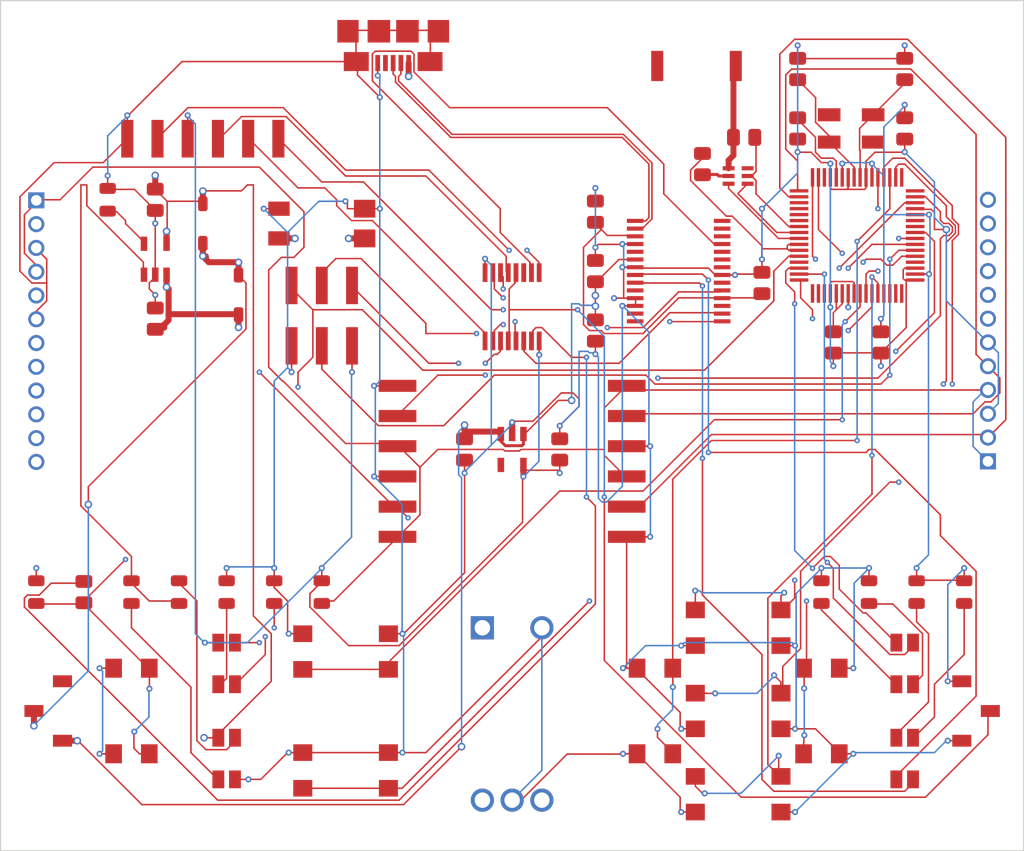
<source format=kicad_pcb>
(kicad_pcb (version 20241229) (generator "pcbnew") (generator_version "9.0")
  (layers (0 "F.Cu" signal "Top") (4 "In1.Cu" signal "Route2") (6 "In2.Cu" signal "Route15") (2 "B.Cu" signal "Bottom") (13 "F.Paste" user) (15 "B.Paste" user) (5 "F.SilkS" user) (7 "B.SilkS" user) (1 "F.Mask" user) (3 "B.Mask" user) (25 "Edge.Cuts" user))
  (net 0 "")
  (net 1 "GND")
  (net 2 "3V3")
  (net 3 "VBAT")
  (net 4 "Net-(B2-Pad4)")
  (net 5 "Net-(B2-Pad3)")
  (net 6 "Net-(B2-Pad2)")
  (net 7 "Net-(A1-PadFEED)")
  (net 8 "Net-(C14-Pad1)")
  (net 9 "Net-(C15-Pad1)")
  (net 10 "Net-(C11-Pad1)")
  (net 11 "Net-(C13-Pad1)")
  (net 12 "Net-(D6-PadC1)")
  (net 13 "/RESET")
  (net 14 "/THROTTLE")
  (net 15 "/YAW")
  (net 16 "/BTN_CENTER")
  (net 17 "/BTN_RIGHT")
  (net 18 "/BTN_LEFT")
  (net 19 "/BTN_UP")
  (net 20 "/RXI-0")
  (net 21 "/TXO-0")
  (net 22 "/E1-B")
  (net 23 "/E1-A")
  (net 24 "/MISO")
  (net 25 "/MOSI")
  (net 26 "/SCK")
  (net 27 "/BTN_DOWN")
  (net 28 "/E1-BUT")
  (net 29 "/BTN2/SDA")
  (net 30 "/BTN1/SCL")
  (net 31 "/PITCH")
  (net 32 "/RF")
  (net 33 "Net-(D6-PadA1)")
  (net 34 "Net-(D6-PadA2)")
  (net 35 "/ROLL")
  (net 36 "/DTR-0")
  (net 37 "/VREG_IN")
  (net 38 "/RXI")
  (net 39 "/FTDI_OUT")
  (net 40 "/TXLED")
  (net 41 "/RXLED")
  (net 42 "/DTR")
  (net 43 "/USB_D_N")
  (net 44 "/USB_D_P")
  (net 45 "/CTS")
  (net 46 "/TXO")
  (net 47 "Net-(R7-Pad1)")
  (net 48 "/VBUS")
  (net 49 "Net-(B3-Pad1A)")
  (net 50 "Net-(R1-Pad2)")
  (net 51 "Net-(D1-PadC2)")
  (net 52 "Net-(D4-PadC1)")
  (net 53 "/RXI-1")
  (net 54 "/TXO-1")
  (net 55 "Net-(S2-Pad2)")
  (net 56 "/DTR-1")
  (net 57 "/CTS-1")
  (net 58 "/GREF")
  (net 59 "Net-(D6-PadC2)")
  (net 60 "Net-(D5-PadA2)")
  (net 61 "Net-(D5-PadA1)")
  (net 62 "Net-(D1-PadA1)")
  (net 63 "Net-(D4-PadC2)")
  (footprint "controller_board:BALUN" (layer "F.Cu") (at 167.5011 83.7536 -90)
    (property "Reference" "B2" (hide yes))
    (property "Value" "BALUN0805" (hide yes))
  )
  (footprint "controller_board:CAPC2012X140_HS" (layer "F.Cu") (at 164.5011 82.7536 -90)
    (property "Reference" "C3" (hide yes))
    (property "Value" "22pF" (hide yes))
  )
  (footprint "controller_board:CAPC2012X140_HS" (layer "F.Cu") (at 172.5011 74.7536 90)
    (property "Reference" "C14" (hide yes))
    (property "Value" "12pF" (hide yes))
  )
  (footprint "controller_board:CAPC2012X140_HS" (layer "F.Cu") (at 181.5011 74.7536 90)
    (property "Reference" "C15" (hide yes))
    (property "Value" "12pF" (hide yes))
  )
  (footprint "controller_board:CAPC2012X140_HS" (layer "F.Cu") (at 175.5011 97.7536 -90)
    (property "Reference" "C11" (hide yes))
    (property "Value" "1uF" (hide yes))
  )
  (footprint "controller_board:CAPC2012X140_HS" (layer "F.Cu") (at 172.5011 79.7536 -90)
    (property "Reference" "C13" (hide yes))
    (property "Value" "1uF" (hide yes))
  )
  (footprint "controller_board:CAPC2012X140_HS" (layer "F.Cu") (at 168.0011 80.5036)
    (property "Reference" "C2" (hide yes))
    (property "Value" "0.75pF" (hide yes))
  )
  (footprint "controller_board:CAPC2012X140_HS" (layer "F.Cu") (at 179.5011 97.7536 -90)
    (property "Reference" "C12" (hide yes))
    (property "Value" "1uF" (hide yes))
  )
  (footprint "controller_board:CAPC2012X140_HS" (layer "F.Cu") (at 181.5011 79.7536 -90)
    (property "Reference" "C16" (hide yes))
    (property "Value" "1uF" (hide yes))
  )
  (footprint "controller_board:CAPC2012X140_HS" (layer "F.Cu") (at 112.5011 118.7536 90)
    (property "Reference" "C1" (hide yes))
    (property "Value" "0.1uF" (hide yes))
  )
  (footprint "controller_board:2X3-SMD" (layer "F.Cu") (at 132.5011 95.5 180)
    (property "Reference" "J4" (hide yes))
    (property "Value" "AVR_SPI_PRG_6-SMD" (hide yes))
  )
  (footprint "controller_board:RESC2012X60_HS" (layer "F.Cu") (at 178.5011 118.7536 -90)
    (property "Reference" "R18" (hide yes))
    (property "Value" "510" (hide yes))
  )
  (footprint "controller_board:RESC2012X60_HS" (layer "F.Cu") (at 108.5011 118.7536 90)
    (property "Reference" "R2" (hide yes))
    (property "Value" "10K" (hide yes))
  )
  (footprint "controller_board:4.5MM_TACTILE_SWITCH_TL3305AF160QG" (layer "F.Cu") (at 134.5011 133.7536 180)
    (property "Reference" "B5" (hide yes))
    (property "Value" "PUSHBUTTON_-4.5X4.5" (hide yes))
  )
  (footprint "controller_board:4.5MM_TACTILE_SWITCH_TL3305AF160QG" (layer "F.Cu") (at 134.5011 123.7536 180)
    (property "Reference" "B4" (hide yes))
    (property "Value" "PUSHBUTTON_-4.5X4.5" (hide yes))
  )
  (footprint "controller_board:4.5MM_TACTILE_SWITCH_TL3305AF160QG" (layer "F.Cu") (at 116.5011 128.7536 90)
    (property "Reference" "B1" (hide yes))
    (property "Value" "PUSHBUTTON_-4.5X4.5" (hide yes))
  )
  (footprint "controller_board:QFN-64" (layer "F.Cu") (at 177.5011 88.7536)
    (property "Reference" "U4" (hide yes))
    (property "Value" "ATMEGA128RFA1" (hide yes))
  )
  (footprint "controller_board:CRYSTAL-SMD-5X3" (layer "F.Cu") (at 177.0011 79.7536 180)
    (property "Reference" "Y1" (hide yes))
    (property "Value" "CRYSTAL5X3" (hide yes))
  )
  (footprint "controller_board:JS102011JCQN" (layer "F.Cu") (at 109.5011 128.7536 90)
    (property "Reference" "S1" (hide yes))
    (property "Value" "POWER-SWITCH-MFS201N-9-Z-SMD-VERTICAL" (hide yes))
  )
  (footprint "controller_board:SSOP28DB" (layer "F.Cu") (at 162.5011 91.7536 90)
    (property "Reference" "U3" (hide yes))
    (property "Value" "FT232RLSSOP" (hide yes))
  )
  (footprint "controller_board:CAPC2012X140_HS" (layer "F.Cu") (at 155.5011 96.7536 -90)
    (property "Reference" "C8" (hide yes))
    (property "Value" "0.1uF" (hide yes))
  )
  (footprint "controller_board:CAPC2012X140_HS" (layer "F.Cu") (at 155.5011 91.7536 90)
    (property "Reference" "C7" (hide yes))
    (property "Value" "10uF" (hide yes))
  )
  (footprint "controller_board:CAPC2012X140_HS" (layer "F.Cu") (at 169.5011 92.7536 90)
    (property "Reference" "C9" (hide yes))
    (property "Value" "0.1uF" (hide yes))
  )
  (footprint "controller_board:SOT23-5" (layer "F.Cu") (at 118.5011 90.7536)
    (property "Reference" "U2" (hide yes))
    (property "Value" "MCP73831T-2ACI/OT" (hide yes))
  )
  (footprint "controller_board:RESC2012X60_HS" (layer "F.Cu") (at 116.5011 118.7536 90)
    (property "Reference" "R1" (hide yes))
    (property "Value" "510" (hide yes))
  )
  (footprint "controller_board:CAPC2012X140_HS" (layer "F.Cu") (at 118.5011 85.7536 -90)
    (property "Reference" "C5" (hide yes))
    (property "Value" "10uF" (hide yes))
  )
  (footprint "controller_board:CAPC2012X140_HS" (layer "F.Cu") (at 118.5011 95.7536 90)
    (property "Reference" "C6" (hide yes))
    (property "Value" "10uF" (hide yes))
  )
  (footprint "controller_board:RESC2012X60_HS" (layer "F.Cu") (at 114.5011 85.7536 90)
    (property "Reference" "R7" (hide yes))
    (property "Value" "2.2K" (hide yes))
  )
  (footprint "controller_board:RESC2012X60_HS" (layer "F.Cu") (at 128.5011 118.7536 -90)
    (property "Reference" "R15" (hide yes))
    (property "Value" "510" (hide yes))
  )
  (footprint "controller_board:SOP65P640X110-16" (layer "F.Cu") (at 148.5011 94.7536 -90)
    (property "Reference" "U5" (hide yes))
    (property "Value" "DPDT-X2" (hide yes))
  )
  (footprint "controller_board:JS102011JCQN" (layer "F.Cu") (at 187.5011 128.7536 -90)
    (property "Reference" "S2" (hide yes))
    (property "Value" "POWER-SWITCH-MFS201N-9-Z-SMD-VERTICAL" (hide yes))
  )
  (footprint "controller_board:SOD3716X135_HS" (layer "F.Cu") (at 125.5011 93.7536 -90)
    (property "Reference" "D3" (hide yes))
    (property "Value" "360mV" (hide yes))
  )
  (footprint "controller_board:SOD3716X135_HS" (layer "F.Cu") (at 122.5011 87.7536 90)
    (property "Reference" "D2" (hide yes))
    (property "Value" "360mV" (hide yes))
  )
  (footprint "controller_board:USB-MICROA-10118192-0001LF" (layer "F.Cu") (at 138.5011 74.2536 180)
    (property "Reference" "J1" (hide yes))
    (property "Value" "USB-MICROA-AMPHENOL-10118192-0001LF" (hide yes))
  )
  (footprint "controller_board:JST-13-PTH" (layer "F.Cu") (at 108.5011 87.8036 -90)
    (property "Reference" "J2" (hide yes))
    (property "Value" "2.4K" (hide yes))
  )
  (footprint "controller_board:JST-13-PTH" (layer "F.Cu") (at 188.5011 105.7536 90)
    (property "Reference" "J3" (hide yes))
    (property "Value" "2.4K" (hide yes))
  )
  (footprint "controller_board:2X-SERVO-SMD" (layer "F.Cu") (at 139.5011 107.7536 90)
    (property "Reference" "J7" (hide yes))
    (property "Value" "FRSKY-GIMBAL-2X-SERVO-SMD" (hide yes))
  )
  (footprint "controller_board:2X-SERVO-SMD" (layer "F.Cu") (at 157.5011 107.7536 -90)
    (property "Reference" "J8" (hide yes))
    (property "Value" "FRSKY-GIMBAL-2X-SERVO-SMD" (hide yes))
  )
  (footprint "controller_board:CAPC2012X140_HS" (layer "F.Cu") (at 155.5011 86.7536 -90)
    (property "Reference" "C4" (hide yes))
    (property "Value" "1uF" (hide yes))
  )
  (footprint "controller_board:4.5MM_TACTILE_SWITCH_TL3305AF160QG" (layer "F.Cu") (at 167.5011 128.7536 180)
    (property "Reference" "B8" (hide yes))
    (property "Value" "PUSHBUTTON_-4.5X4.5" (hide yes))
  )
  (footprint "controller_board:4.5MM_TACTILE_SWITCH_TL3305AF160QG" (layer "F.Cu") (at 174.5011 128.7536 -90)
    (property "Reference" "B9" (hide yes))
    (property "Value" "PUSHBUTTON_-4.5X4.5" (hide yes))
  )
  (footprint "controller_board:4.5MM_TACTILE_SWITCH_TL3305AF160QG" (layer "F.Cu") (at 160.5011 128.7536 90)
    (property "Reference" "B7" (hide yes))
    (property "Value" "PUSHBUTTON_-4.5X4.5" (hide yes))
  )
  (footprint "controller_board:4.5MM_TACTILE_SWITCH_TL3305AF160QG" (layer "F.Cu") (at 167.5011 135.7536 180)
    (property "Reference" "B10" (hide yes))
    (property "Value" "PUSHBUTTON_-4.5X4.5" (hide yes))
  )
  (footprint "controller_board:4.5MM_TACTILE_SWITCH_TL3305AF160QG" (layer "F.Cu") (at 167.5011 121.7536 180)
    (property "Reference" "B6" (hide yes))
    (property "Value" "PUSHBUTTON_-4.5X4.5" (hide yes))
  )
  (footprint "controller_board:BOURNS-PEC12R" (layer "F.Cu") (at 148.5011 128.7536)
    (property "Reference" "E1" (hide yes))
    (property "Value" "ROTARY-ENCODER-W_BUTTON-BOURNS-PEC12R-4217F" (hide yes))
  )
  (footprint "controller_board:RESC2012X60_HS" (layer "F.Cu") (at 132.5011 118.7536 90)
    (property "Reference" "R8" (hide yes))
    (property "Value" "1.2K" (hide yes))
  )
  (footprint "controller_board:LED-2X-LTST-C155" (layer "F.Cu") (at 181.5011 124.7536 -90)
    (property "Reference" "D6" (hide yes))
    (property "Value" "LED-2X-GREEN_RED" (hide yes))
  )
  (footprint "controller_board:LED-2X-LTST-C155" (layer "F.Cu") (at 181.5011 132.7536 -90)
    (property "Reference" "D5" (hide yes))
    (property "Value" "LED-2X-GREEN_RED" (hide yes))
  )
  (footprint "controller_board:LED-2X-LTST-C155" (layer "F.Cu") (at 124.5011 132.7536 -90)
    (property "Reference" "D1" (hide yes))
    (property "Value" "LED-2X-GREEN_RED" (hide yes))
  )
  (footprint "controller_board:LED-2X-LTST-C155" (layer "F.Cu") (at 124.5011 124.7536 -90)
    (property "Reference" "D4" (hide yes))
    (property "Value" "LED-2X-GREEN_RED" (hide yes))
  )
  (footprint "controller_board:RESC2012X60_HS" (layer "F.Cu") (at 182.5011 118.7536 90)
    (property "Reference" "R13" (hide yes))
    (property "Value" "510" (hide yes))
  )
  (footprint "controller_board:RESC2012X60_HS" (layer "F.Cu") (at 124.5011 118.7536 -90)
    (property "Reference" "R16" (hide yes))
    (property "Value" "510" (hide yes))
  )
  (footprint "controller_board:RESC2012X60_HS" (layer "F.Cu") (at 120.5011 118.7536 -90)
    (property "Reference" "R3" (hide yes))
    (property "Value" "510" (hide yes))
  )
  (footprint "controller_board:RESC2012X60_HS" (layer "F.Cu") (at 186.5011 118.7536 90)
    (property "Reference" "R14" (hide yes))
    (property "Value" "510" (hide yes))
  )
  (footprint "controller_board:RESC2012X60_HS" (layer "F.Cu") (at 174.5011 118.7536 -90)
    (property "Reference" "R17" (hide yes))
    (property "Value" "510" (hide yes))
  )
  (footprint "controller_board:FTDI-BASIC-SMD" (layer "F.Cu") (at 122.5011 81.2536)
    (property "Reference" "JP1" (hide yes))
    (property "Value" "FTDI_BASIC-SMD" (hide yes))
  )
  (footprint "controller_board:WIRE-TERMINAL-1X2-2.5MM-SMD-AVX-009276002021106" (layer "F.Cu") (at 132.5011 87.7536)
    (property "Reference" "B3" (hide yes))
    (property "Value" "BATTERY-SPRING-SMD" (hide yes))
  )
  (footprint "controller_board:CAPC2012X140_HS" (layer "F.Cu") (at 144.5011 106.7536 -90)
    (property "Reference" "C10" (hide yes))
    (property "Value" "1uF" (hide yes))
  )
  (footprint "controller_board:CAPC2012X140_HS" (layer "F.Cu") (at 152.5011 106.7536 90)
    (property "Reference" "C17" (hide yes))
    (property "Value" "1uF" (hide yes))
  )
  (footprint "controller_board:SOT23-DBV" (layer "F.Cu") (at 148.5011 106.7536 180)
    (property "Reference" "U1" (hide yes))
    (property "Value" "3.3V" (hide yes))
  )
  (footprint "controller_board:ANT-2.4GHZ-6.5X2.2MM" (layer "F.Cu") (at 164 74.5 180)
    (property "Reference" "A1" (hide yes))
    (property "Value" "ANTENNA-CHIP" (hide yes))
  )
  (gr_line (start 191.5011 69) (end 191.5011 140.5) (stroke (width 0.1)) (layer "Edge.Cuts"))
  (gr_line (start 105.5 140.5) (end 105.5 69) (stroke (width 0.1)) (layer "Edge.Cuts"))
  (gr_line (start 105.5 140.5) (end 191.5011 140.5) (stroke (width 0.1)) (layer "Edge.Cuts"))
  (gr_line (start 105.5 69) (end 191.5011 69) (stroke (width 0.1)) (layer "Edge.Cuts"))
  (segment (start 155.5011 97.6486) (end 155.5011 98.7396) (width 0.127) (layer "F.Cu") (net 1))
  (segment (start 171.1011 137.2536) (end 172.2821 137.2536) (width 0.127) (layer "F.Cu") (net 1))
  (segment (start 118.5011 86.6486) (end 118.5011 87.7396) (width 0.127) (layer "F.Cu") (net 1))
  (segment (start 130.9011 122.2536) (end 129.7201 122.2536) (width 0.127) (layer "F.Cu") (net 1))
  (segment (start 138.1011 122.2536) (end 139.2821 122.2536) (width 0.127) (layer "F.Cu") (net 1))
  (segment (start 158.1361 114.1036) (end 160.1021 114.1036) (width 0.127) (layer "F.Cu") (net 1))
  (segment (start 159.0011 132.3536) (end 157.8201 132.3536) (width 0.127) (layer "F.Cu") (net 1))
  (segment (start 158.8451 94.0286) (end 157.8761 94.0286) (width 0.127) (layer "F.Cu") (net 1))
  (segment (start 157.8761 94.0286) (end 157.070165 94.0286) (width 0.127) (layer "F.Cu") (net 1))
  (segment (start 144.5011 107.6486) (end 144.5011 108.7396) (width 0.127) (layer "F.Cu") (net 1))
  (segment (start 158.1361 106.4836) (end 160.1021 106.4836) (width 0.127) (layer "F.Cu") (net 1))
  (segment (start 175.2511 93.6346) (end 175.2511 94.7966) (width 0.127) (layer "F.Cu") (net 1))
  (segment (start 118.5011 94.8586) (end 118.5011 93.7676) (width 0.127) (layer "F.Cu") (net 1))
  (segment (start 179.5011 98.6486) (end 179.5011 99.7396) (width 0.127) (layer "F.Cu") (net 1))
  (segment (start 181.5011 80.6486) (end 181.5011 81.7396) (width 0.127) (layer "F.Cu") (net 1))
  (segment (start 148.5011 105.4536) (end 148.5011 104.4726) (width 0.508) (layer "F.Cu") (net 1))
  (segment (start 146.2261 91.8819) (end 146.2261 90.71495) (width 0.127) (layer "F.Cu") (net 1))
  (segment (start 128.9011 86.5036) (end 127.6201 86.5036) (width 0.127) (layer "F.Cu") (net 1))
  (segment (start 176.0011 125.1536) (end 177.1821 125.1536) (width 0.127) (layer "F.Cu") (net 1))
  (segment (start 129.9611 98.2936) (end 129.9611 100.2496) (width 0.127) (layer "F.Cu") (net 1))
  (segment (start 152.5011 105.8586) (end 152.5011 104.7676) (width 0.127) (layer "F.Cu") (net 1))
  (segment (start 158.8451 89.4786) (end 157.7656 89.4786) (width 0.127) (layer "F.Cu") (net 1))
  (segment (start 158.8451 94.6786) (end 157.7656 94.6786) (width 0.127) (layer "F.Cu") (net 1))
  (segment (start 116.1511 80.6186) (end 116.1511 78.6526) (width 0.127) (layer "F.Cu") (net 1))
  (segment (start 158.8451 91.4286) (end 157.7656 91.4286) (width 0.127) (layer "F.Cu") (net 1))
  (segment (start 166.1571 92.0786) (end 167.2366 92.0786) (width 0.127) (layer "F.Cu") (net 1))
  (segment (start 136.1011 86.5036) (end 137.3821 86.5036) (width 0.127) (layer "F.Cu") (net 1))
  (segment (start 176.0011 132.3536) (end 177.1821 132.3536) (width 0.127) (layer "F.Cu") (net 1))
  (segment (start 175.2511 83.8726) (end 175.2511 82.7106) (width 0.127) (layer "F.Cu") (net 1))
  (segment (start 137.2011 74.2536) (end 137.2011 75.3096) (width 0.127) (layer "F.Cu") (net 1))
  (segment (start 169.5011 91.8586) (end 169.5011 90.7676) (width 0.127) (layer "F.Cu") (net 1))
  (segment (start 155.5011 85.8586) (end 155.5011 84.7676) (width 0.127) (layer "F.Cu") (net 1))
  (segment (start 175.5011 98.6486) (end 175.5011 99.7396) (width 0.127) (layer "F.Cu") (net 1))
  (segment (start 128.5011 117.7986) (end 128.5011 116.7276) (width 0.127) (layer "F.Cu") (net 1))
  (segment (start 155.5011 90.8586) (end 155.5011 89.7676) (width 0.127) (layer "F.Cu") (net 1))
  (segment (start 138.8661 101.4036) (end 136.9001 101.4036) (width 0.127) (layer "F.Cu") (net 1))
  (segment (start 186.3011 131.2536) (end 185.1201 131.2536) (width 0.127) (layer "F.Cu") (net 1))
  (segment (start 138.8661 109.0236) (end 136.9001 109.0236) (width 0.127) (layer "F.Cu") (net 1))
  (segment (start 163.9011 130.2536) (end 162.7201 130.2536) (width 0.127) (layer "F.Cu") (net 1))
  (segment (start 171.1011 130.2536) (end 172.2821 130.2536) (width 0.127) (layer "F.Cu") (net 1))
  (segment (start 125.2011 134.5036) (end 126.3321 134.5036) (width 0.127) (layer "F.Cu") (net 1))
  (segment (start 124.5011 117.7986) (end 124.5011 116.7276) (width 0.127) (layer "F.Cu") (net 1))
  (segment (start 130.9011 132.2536) (end 129.7201 132.2536) (width 0.127) (layer "F.Cu") (net 1))
  (segment (start 178.5011 117.7986) (end 178.5011 116.7276) (width 0.127) (layer "F.Cu") (net 1))
  (segment (start 181.5011 73.8586) (end 181.5011 72.7676) (width 0.127) (layer "F.Cu") (net 1))
  (segment (start 163.9011 123.2536) (end 162.7201 123.2536) (width 0.127) (layer "F.Cu") (net 1))
  (segment (start 115.0011 132.3536) (end 113.8201 132.3536) (width 0.127) (layer "F.Cu") (net 1))
  (segment (start 115.0011 125.1536) (end 113.8201 125.1536) (width 0.127) (layer "F.Cu") (net 1))
  (segment (start 158.1261 125.1536) (end 157.8201 125.1536) (width 0.127) (layer "F.Cu") (net 1))
  (segment (start 172.5011 73.8586) (end 172.5011 72.7676) (width 0.127) (layer "F.Cu") (net 1))
  (segment (start 174.5011 117.7986) (end 174.5011 116.7276) (width 0.127) (layer "F.Cu") (net 1))
  (segment (start 163.9011 137.2536) (end 162.7201 137.2536) (width 0.127) (layer "F.Cu") (net 1))
  (segment (start 171.1011 123.2536) (end 172.2821 123.2536) (width 0.127) (layer "F.Cu") (net 1))
  (segment (start 138.1011 132.2536) (end 139.2821 132.2536) (width 0.127) (layer "F.Cu") (net 1))
  (segment (start 159.0011 125.1536) (end 158.1261 125.1536) (width 0.127) (layer "F.Cu") (net 1))
  (segment (start 114.5011 84.7986) (end 114.5011 83.7276) (width 0.127) (layer "F.Cu") (net 1))
  (segment (start 172.5011 80.6486) (end 172.5011 81.7396) (width 0.127) (layer "F.Cu") (net 1))
  (segment (start 118.0011 92.7536) (end 118.5011 92.2536) (width 0.127) (layer "F.Cu") (net 1))
  (segment (start 182.4376 86.5591) (end 183.728218 86.5591) (width 0.127) (layer "F.Cu") (net 1))
  (segment (start 184.0011 88.2536) (end 185.0011 88.2536) (width 0.127) (layer "F.Cu") (net 1))
  (segment (start 178.2511 82.5036) (end 179.0011 81.7536) (width 0.127) (layer "F.Cu") (net 1))
  (segment (start 118.0011 93.2536) (end 118.0011 92.7536) (width 0.127) (layer "F.Cu") (net 1))
  (segment (start 169.0011 83.3786) (end 168.6261 83.7536) (width 0.127) (layer "F.Cu") (net 1))
  (segment (start 169.0011 84.1286) (end 169.0011 85.2536) (width 0.127) (layer "F.Cu") (net 1))
  (segment (start 158.8761 94.1286) (end 158.8451 94.0286) (width 0.127) (layer "F.Cu") (net 1))
  (segment (start 157.8761 91.5036) (end 157.8761 94.0286) (width 0.127) (layer "F.Cu") (net 1))
  (segment (start 155.7511 89.5036) (end 157.7511 89.5036) (width 0.127) (layer "F.Cu") (net 1))
  (segment (start 181.5011 81.7536) (end 181.5011 81.7396) (width 0.127) (layer "F.Cu") (net 1))
  (segment (start 169.8761 86.1286) (end 171.7511 88.0036) (width 0.127) (layer "F.Cu") (net 1))
  (segment (start 168.6261 83.7536) (end 169.0011 84.1286) (width 0.127) (layer "F.Cu") (net 1))
  (segment (start 118.5011 93.7536) (end 118.0011 93.2536) (width 0.127) (layer "F.Cu") (net 1))
  (segment (start 184.0011 86.831982) (end 184.0011 88.2536) (width 0.127) (layer "F.Cu") (net 1))
  (segment (start 118.5011 92.2536) (end 118.5011 92.0537) (width 0.127) (layer "F.Cu") (net 1))
  (segment (start 183.728218 86.5591) (end 184.0011 86.831982) (width 0.127) (layer "F.Cu") (net 1))
  (segment (start 169.0011 85.2536) (end 169.8761 86.1286) (width 0.127) (layer "F.Cu") (net 1))
  (segment (start 158.8761 94.1286) (end 158.8761 94.6286) (width 0.127) (layer "F.Cu") (net 1))
  (segment (start 158.8761 94.6286) (end 158.8451 94.6786) (width 0.127) (layer "F.Cu") (net 1))
  (segment (start 118.5011 93.7536) (end 118.5011 93.7676) (width 0.127) (layer "F.Cu") (net 1))
  (segment (start 182.3821 86.5036) (end 182.4376 86.5591) (width 0.127) (layer "F.Cu") (net 1))
  (segment (start 179.0011 81.7536) (end 181.5011 81.7536) (width 0.127) (layer "F.Cu") (net 1))
  (segment (start 178.2511 83.8726) (end 178.2511 82.5036) (width 0.127) (layer "F.Cu") (net 1))
  (segment (start 169.0011 80.5036) (end 169.0011 83.3786) (width 0.127) (layer "F.Cu") (net 1))
  (segment (start 169.0011 80.5036) (end 168.8961 80.5036) (width 0.127) (layer "F.Cu") (net 1))
  (segment (start 171.7511 88.0036) (end 172.6201 88.0036) (width 0.127) (layer "F.Cu") (net 1))
  (segment (start 157.8761 91.5036) (end 157.7656 91.4286) (width 0.127) (layer "F.Cu") (net 1))
  (segment (start 168.6261 83.7536) (end 168.3011 83.7536) (width 0.127) (layer "F.Cu") (net 1))
  (segment (start 175.3761 92.6286) (end 177.1261 92.6286) (width 0.127) (layer "F.Cu") (net 1))
  (segment (start 172.5011 81.7536) (end 172.5011 81.7396) (width 0.127) (layer "F.Cu") (net 1))
  (segment (start 175.3761 84.8786) (end 175.2511 84.7536) (width 0.127) (layer "F.Cu") (net 1))
  (segment (start 176.7511 84.7536) (end 176.6261 84.8786) (width 0.127) (layer "F.Cu") (net 1))
  (segment (start 172.6201 89.5036) (end 171.7511 89.5036) (width 0.127) (layer "F.Cu") (net 1))
  (segment (start 176.7511 83.8726) (end 176.7511 84.7536) (width 0.127) (layer "F.Cu") (net 1))
  (segment (start 172.5011 73.8786) (end 181.5011 73.8786) (width 0.127) (layer "F.Cu") (net 1))
  (segment (start 172.5011 73.8786) (end 172.5011 73.8586) (width 0.127) (layer "F.Cu") (net 1))
  (segment (start 176.6261 84.8786) (end 175.3761 84.8786) (width 0.127) (layer "F.Cu") (net 1))
  (segment (start 169.5011 91.8786) (end 169.5011 91.8586) (width 0.127) (layer "F.Cu") (net 1))
  (segment (start 165.0011 91.5036) (end 158.8761 91.5036) (width 0.127) (layer "F.Cu") (net 1))
  (segment (start 169.5011 90.7676) (end 169.5011 89.8786) (width 0.127) (layer "F.Cu") (net 1))
  (segment (start 166.1261 92.0036) (end 166.1571 92.0786) (width 0.127) (layer "F.Cu") (net 1))
  (segment (start 169.3761 92.0036) (end 167.2511 92.0036) (width 0.127) (layer "F.Cu") (net 1))
  (segment (start 155.5011 89.7536) (end 155.7511 89.5036) (width 0.127) (layer "F.Cu") (net 1))
  (segment (start 181.5011 73.8786) (end 181.5011 73.8586) (width 0.127) (layer "F.Cu") (net 1))
  (segment (start 175.2511 82.6286) (end 175.2511 82.7106) (width 0.127) (layer "F.Cu") (net 1))
  (segment (start 171.6261 89.8786) (end 171.7511 90.0036) (width 0.127) (layer "F.Cu") (net 1))
  (segment (start 171.7511 89.5036) (end 171.6261 89.6286) (width 0.127) (layer "F.Cu") (net 1))
  (segment (start 167.0011 87.1286) (end 166.5011 87.1286) (width 0.127) (layer "F.Cu") (net 1))
  (segment (start 158.8761 91.5036) (end 158.8451 91.4286) (width 0.127) (layer "F.Cu") (net 1))
  (segment (start 169.5011 86.5036) (end 169.8761 86.1286) (width 0.127) (layer "F.Cu") (net 1))
  (segment (start 157.7511 89.5036) (end 157.7656 89.4786) (width 0.127) (layer "F.Cu") (net 1))
  (segment (start 181.3761 91.6286) (end 181.3761 92.3786) (width 0.127) (layer "F.Cu") (net 1))
  (segment (start 182.3821 91.5036) (end 181.5011 91.5036) (width 0.127) (layer "F.Cu") (net 1))
  (segment (start 179.5011 98.6286) (end 175.5011 98.6286) (width 0.127) (layer "F.Cu") (net 1))
  (segment (start 167.2511 92.0036) (end 167.2366 92.0786) (width 0.127) (layer "F.Cu") (net 1))
  (segment (start 177.2511 92.7536) (end 177.2511 93.6346) (width 0.127) (layer "F.Cu") (net 1))
  (segment (start 166.1261 92.0036) (end 165.5011 92.0036) (width 0.127) (layer "F.Cu") (net 1))
  (segment (start 177.1261 92.6286) (end 177.2511 92.7536) (width 0.127) (layer "F.Cu") (net 1))
  (segment (start 175.2511 93.6346) (end 175.2511 92.7536) (width 0.127) (layer "F.Cu") (net 1))
  (segment (start 179.5011 98.6286) (end 181.6261 96.5036) (width 0.127) (layer "F.Cu") (net 1))
  (segment (start 166.5011 87.1286) (end 163.5011 84.1286) (width 0.127) (layer "F.Cu") (net 1))
  (segment (start 165.5011 92.0036) (end 165.0011 91.5036) (width 0.127) (layer "F.Cu") (net 1))
  (segment (start 179.5011 98.6286) (end 179.5011 98.6486) (width 0.127) (layer "F.Cu") (net 1))
  (segment (start 181.6261 92.5036) (end 182.3821 92.5036) (width 0.127) (layer "F.Cu") (net 1))
  (segment (start 174.5011 82.6286) (end 173.6261 81.7536) (width 0.127) (layer "F.Cu") (net 1))
  (segment (start 181.3761 92.3786) (end 181.5011 92.5036) (width 0.127) (layer "F.Cu") (net 1))
  (segment (start 163.5011 84.1286) (end 163.5011 83.2536) (width 0.127) (layer "F.Cu") (net 1))
  (segment (start 175.2511 92.7536) (end 175.3761 92.6286) (width 0.127) (layer "F.Cu") (net 1))
  (segment (start 181.6261 96.5036) (end 181.6261 92.5036) (width 0.127) (layer "F.Cu") (net 1))
  (segment (start 169.5011 89.6286) (end 167.0011 87.1286) (width 0.127) (layer "F.Cu") (net 1))
  (segment (start 173.6261 81.7536) (end 172.5011 81.7536) (width 0.127) (layer "F.Cu") (net 1))
  (segment (start 175.2511 82.6286) (end 174.5011 82.6286) (width 0.127) (layer "F.Cu") (net 1))
  (segment (start 175.2511 84.7536) (end 175.2511 83.8726) (width 0.127) (layer "F.Cu") (net 1))
  (segment (start 169.5011 91.8786) (end 169.3761 92.0036) (width 0.127) (layer "F.Cu") (net 1))
  (segment (start 171.6261 89.6286) (end 171.6261 89.8786) (width 0.127) (layer "F.Cu") (net 1))
  (segment (start 169.5011 89.8786) (end 169.5011 89.6286) (width 0.127) (layer "F.Cu") (net 1))
  (segment (start 171.7511 90.0036) (end 172.6201 90.0036) (width 0.127) (layer "F.Cu") (net 1))
  (segment (start 181.5011 91.5036) (end 181.3761 91.6286) (width 0.127) (layer "F.Cu") (net 1))
  (segment (start 155.5011 89.7536) (end 155.5011 89.7676) (width 0.127) (layer "F.Cu") (net 1))
  (segment (start 164.5011 82.2536) (end 164.5011 81.8586) (width 0.127) (layer "F.Cu") (net 1))
  (segment (start 163.5011 83.2536) (end 164.5011 82.2536) (width 0.127) (layer "F.Cu") (net 1))
  (segment (start 181.5011 92.5036) (end 181.6261 92.5036) (width 0.127) (layer "F.Cu") (net 1))
  (segment (start 169.5011 89.8786) (end 171.6261 89.8786) (width 0.127) (layer "F.Cu") (net 1))
  (segment (start 175.5011 98.6286) (end 175.5011 98.6486) (width 0.127) (layer "F.Cu") (net 1))
  (segment (start 135.3761 71.5036) (end 134.7511 71.5036) (width 0.127) (layer "F.Cu") (net 1))
  (segment (start 109.3761 90.7536) (end 109.3761 92.7536) (width 0.127) (layer "F.Cu") (net 1))
  (segment (start 162.6261 136.0036) (end 162.6261 137.2536) (width 0.127) (layer "F.Cu") (net 1))
  (segment (start 159.0011 132.3786) (end 159.0011 132.3536) (width 0.127) (layer "F.Cu") (net 1))
  (segment (start 141.6261 71.5036) (end 142.2511 71.5036) (width 0.127) (layer "F.Cu") (net 1))
  (segment (start 159.0011 132.3786) (end 162.6261 136.0036) (width 0.127) (layer "F.Cu") (net 1))
  (segment (start 142.2511 71.5036) (end 142.3011 71.5786) (width 0.127) (layer "F.Cu") (net 1))
  (segment (start 135.3761 71.5036) (end 135.3761 74.1286) (width 0.127) (layer "F.Cu") (net 1))
  (segment (start 108.5011 89.8786) (end 109.3761 90.7536) (width 0.127) (layer "F.Cu") (net 1))
  (segment (start 134.7511 71.5036) (end 134.7011 71.5786) (width 0.127) (layer "F.Cu") (net 1))
  (segment (start 149.2511 136.2536) (end 148.5011 136.2536) (width 0.127) (layer "F.Cu") (net 1))
  (segment (start 109.3761 92.7536) (end 109.3761 94.2536) (width 0.127) (layer "F.Cu") (net 1))
  (segment (start 108.5011 89.8786) (end 108.5011 89.8036) (width 0.127) (layer "F.Cu") (net 1))
  (segment (start 116.7511 84.8786) (end 114.5011 84.8786) (width 0.127) (layer "F.Cu") (net 1))
  (segment (start 162.6261 137.2536) (end 162.7201 137.2536) (width 0.127) (layer "F.Cu") (net 1))
  (segment (start 174.0011 130.2536) (end 172.2821 130.2536) (width 0.127) (layer "F.Cu") (net 1))
  (segment (start 162.6261 130.2536) (end 162.7201 130.2536) (width 0.127) (layer "F.Cu") (net 1))
  (segment (start 157.7511 132.3786) (end 153.1261 132.3786) (width 0.127) (layer "F.Cu") (net 1))
  (segment (start 178.1261 84.8786) (end 178.2511 84.7536) (width 0.127) (layer "F.Cu") (net 1))
  (segment (start 178.2511 84.7536) (end 178.2511 83.8726) (width 0.127) (layer "F.Cu") (net 1))
  (segment (start 158.1261 125.1536) (end 158.1261 114.1286) (width 0.127) (layer "F.Cu") (net 1))
  (segment (start 158.1261 114.1286) (end 158.1361 114.1036) (width 0.127) (layer "F.Cu") (net 1))
  (segment (start 162.6261 128.8786) (end 162.6261 130.2536) (width 0.127) (layer "F.Cu") (net 1))
  (segment (start 153.1261 132.3786) (end 149.2511 136.2536) (width 0.127) (layer "F.Cu") (net 1))
  (segment (start 176.6261 84.8786) (end 178.1261 84.8786) (width 0.127) (layer "F.Cu") (net 1))
  (segment (start 159.0011 125.2536) (end 162.6261 128.8786) (width 0.127) (layer "F.Cu") (net 1))
  (segment (start 137.2511 71.5036) (end 137.3011 71.5786) (width 0.127) (layer "F.Cu") (net 1))
  (segment (start 137.2511 71.5036) (end 135.3761 71.5036) (width 0.127) (layer "F.Cu") (net 1))
  (segment (start 157.7511 132.3786) (end 157.8201 132.3536) (width 0.127) (layer "F.Cu") (net 1))
  (segment (start 159.0011 125.2536) (end 159.0011 125.1536) (width 0.127) (layer "F.Cu") (net 1))
  (segment (start 176.0011 132.2536) (end 176.0011 132.3536) (width 0.127) (layer "F.Cu") (net 1))
  (segment (start 137.3761 71.5036) (end 137.3011 71.5786) (width 0.127) (layer "F.Cu") (net 1))
  (segment (start 139.7511 71.5036) (end 141.6261 71.5036) (width 0.127) (layer "F.Cu") (net 1))
  (segment (start 176.0011 132.2536) (end 174.0011 130.2536) (width 0.127) (layer "F.Cu") (net 1))
  (segment (start 137.3761 71.5036) (end 139.6261 71.5036) (width 0.127) (layer "F.Cu") (net 1))
  (segment (start 139.7511 71.5036) (end 139.7011 71.5786) (width 0.127) (layer "F.Cu") (net 1))
  (segment (start 135.3761 71.5036) (end 134.7011 71.5786) (width 0.127) (layer "F.Cu") (net 1))
  (segment (start 141.6261 71.5036) (end 141.6261 74.1286) (width 0.127) (layer "F.Cu") (net 1))
  (segment (start 141.6261 74.1286) (end 141.6011 74.1286) (width 0.127) (layer "F.Cu") (net 1))
  (segment (start 141.6261 71.5036) (end 142.3011 71.5786) (width 0.127) (layer "F.Cu") (net 1))
  (segment (start 139.6261 71.5036) (end 139.7011 71.5786) (width 0.127) (layer "F.Cu") (net 1))
  (segment (start 108.5011 95.1286) (end 108.5011 95.8036) (width 0.127) (layer "F.Cu") (net 1))
  (segment (start 109.3761 94.2536) (end 108.5011 95.1286) (width 0.127) (layer "F.Cu") (net 1))
  (segment (start 152.6261 102.0036) (end 150.2511 104.3786) (width 0.127) (layer "F.Cu") (net 1))
  (segment (start 116.2511 78.6286) (end 116.1511 78.6526) (width 0.127) (layer "F.Cu") (net 1))
  (segment (start 128.5011 118.3786) (end 128.5011 117.7986) (width 0.127) (layer "F.Cu") (net 1))
  (segment (start 129.6261 119.5036) (end 128.5011 118.3786) (width 0.127) (layer "F.Cu") (net 1))
  (segment (start 129.6261 122.2536) (end 129.6261 119.5036) (width 0.127) (layer "F.Cu") (net 1))
  (segment (start 135.3761 74.1286) (end 135.4011 74.1286) (width 0.127) (layer "F.Cu") (net 1))
  (segment (start 153.6261 102.0036) (end 152.6261 102.0036) (width 0.127) (layer "F.Cu") (net 1))
  (segment (start 118.5011 92.0537) (end 118.5011 87.7396) (width 0.127) (layer "F.Cu") (net 1))
  (segment (start 148.7511 104.3786) (end 148.5011 104.4726) (width 0.127) (layer "F.Cu") (net 1))
  (segment (start 116.1261 80.6286) (end 114.1261 82.6286) (width 0.127) (layer "F.Cu") (net 1))
  (segment (start 116.2511 78.6286) (end 120.7511 74.1286) (width 0.127) (layer "F.Cu") (net 1))
  (segment (start 114.1261 82.6286) (end 110.0011 82.6286) (width 0.127) (layer "F.Cu") (net 1))
  (segment (start 150.2511 104.3786) (end 148.7511 104.3786) (width 0.127) (layer "F.Cu") (net 1))
  (segment (start 152.5011 104.7536) (end 154.1261 103.1286) (width 0.127) (layer "F.Cu") (net 1))
  (segment (start 120.7511 74.1286) (end 135.3761 74.1286) (width 0.127) (layer "F.Cu") (net 1))
  (segment (start 154.1261 102.5036) (end 153.6261 102.0036) (width 0.127) (layer "F.Cu") (net 1))
  (segment (start 152.5011 104.7536) (end 152.5011 104.7676) (width 0.127) (layer "F.Cu") (net 1))
  (segment (start 107.1261 85.5036) (end 107.1261 91.7536) (width 0.127) (layer "F.Cu") (net 1))
  (segment (start 110.0011 82.6286) (end 107.1261 85.5036) (width 0.127) (layer "F.Cu") (net 1))
  (segment (start 154.1261 103.1286) (end 154.1261 102.5036) (width 0.127) (layer "F.Cu") (net 1))
  (segment (start 118.5011 86.6286) (end 118.5011 86.6486) (width 0.127) (layer "F.Cu") (net 1))
  (segment (start 127.3761 134.5036) (end 126.3321 134.5036) (width 0.127) (layer "F.Cu") (net 1))
  (segment (start 129.6261 132.2536) (end 127.3761 134.5036) (width 0.127) (layer "F.Cu") (net 1))
  (segment (start 114.5011 84.8786) (end 114.5011 84.7986) (width 0.127) (layer "F.Cu") (net 1))
  (segment (start 108.1261 92.7536) (end 109.3761 92.7536) (width 0.127) (layer "F.Cu") (net 1))
  (segment (start 118.5011 86.6286) (end 116.7511 84.8786) (width 0.127) (layer "F.Cu") (net 1))
  (segment (start 129.6261 132.2536) (end 129.7201 132.2536) (width 0.127) (layer "F.Cu") (net 1))
  (segment (start 107.1261 91.7536) (end 108.1261 92.7536) (width 0.127) (layer "F.Cu") (net 1))
  (segment (start 116.1261 80.6286) (end 116.1511 80.6186) (width 0.127) (layer "F.Cu") (net 1))
  (segment (start 129.6261 122.2536) (end 129.7201 122.2536) (width 0.127) (layer "F.Cu") (net 1))
  (segment (start 141.2511 132.2536) (end 151.0011 122.5036) (width 0.127) (layer "F.Cu") (net 1))
  (segment (start 151.0011 122.5036) (end 151.0011 121.7536) (width 0.127) (layer "F.Cu") (net 1))
  (segment (start 135.5011 75.2536) (end 135.5011 74.1286) (width 0.127) (layer "F.Cu") (net 1))
  (segment (start 137.3761 77.1286) (end 135.5011 75.2536) (width 0.127) (layer "F.Cu") (net 1))
  (segment (start 139.2821 132.2536) (end 141.2511 132.2536) (width 0.127) (layer "F.Cu") (net 1))
  (segment (start 139.3761 122.2536) (end 139.2821 122.2536) (width 0.127) (layer "F.Cu") (net 1))
  (segment (start 139.3761 122.2536) (end 144.5011 117.1286) (width 0.127) (layer "F.Cu") (net 1))
  (segment (start 144.5011 117.1286) (end 144.5011 108.7396) (width 0.127) (layer "F.Cu") (net 1))
  (segment (start 135.5011 74.1286) (end 135.4011 74.1286) (width 0.127) (layer "F.Cu") (net 1))
  (segment (start 136.1011 86.5036) (end 134.6536 86.5036) (width 0.127) (layer "F.Cu") (net 1))
  (segment (start 131.8281 132.2536) (end 138.1011 132.2536) (width 0.127) (layer "F.Cu") (net 1))
  (segment (start 134.6536 86.5036) (end 134.6536 86.0436) (width 0.127) (layer "F.Cu") (net 1))
  (segment (start 130.9011 132.2536) (end 131.8281 132.2536) (width 0.127) (layer "F.Cu") (net 1))
  (segment (start 134.6536 86.0436) (end 134.49 85.88) (width 0.127) (layer "F.Cu") (net 1))
  (via (at 148.5011 104.4726) (size 0.508) (drill 0.254) (layers "F.Cu" "B.Cu") (net 1))
  (via (at 172.5011 81.7396) (size 0.508) (drill 0.254) (layers "F.Cu" "B.Cu") (net 1))
  (via (at 127.6201 86.5036) (size 0.508) (drill 0.254) (layers "F.Cu" "B.Cu") (net 1))
  (via (at 157.8201 132.3536) (size 0.508) (drill 0.254) (layers "F.Cu" "B.Cu") (net 1))
  (via (at 139.2821 132.2536) (size 0.508) (drill 0.254) (layers "F.Cu" "B.Cu") (net 1))
  (via (at 118.5011 87.7396) (size 0.508) (drill 0.254) (layers "F.Cu" "B.Cu") (net 1))
  (via (at 124.5011 116.7276) (size 0.508) (drill 0.254) (layers "F.Cu" "B.Cu") (net 1))
  (via (at 155.5011 98.7396) (size 0.508) (drill 0.254) (layers "F.Cu" "B.Cu") (net 1))
  (via (at 172.2821 130.2536) (size 0.508) (drill 0.254) (layers "F.Cu" "B.Cu") (net 1))
  (via (at 179.5011 99.7396) (size 0.508) (drill 0.254) (layers "F.Cu" "B.Cu") (net 1))
  (via (at 162.7201 130.2536) (size 0.508) (drill 0.254) (layers "F.Cu" "B.Cu") (net 1))
  (via (at 116.1511 78.6526) (size 0.508) (drill 0.254) (layers "F.Cu" "B.Cu") (net 1))
  (via (at 175.5011 99.7396) (size 0.508) (drill 0.254) (layers "F.Cu" "B.Cu") (net 1))
  (via (at 162.7201 123.2536) (size 0.508) (drill 0.254) (layers "F.Cu" "B.Cu") (net 1))
  (via (at 155.5011 89.7676) (size 0.508) (drill 0.254) (layers "F.Cu" "B.Cu") (net 1))
  (via (at 129.7201 122.2536) (size 0.508) (drill 0.254) (layers "F.Cu" "B.Cu") (net 1))
  (via (at 177.1821 132.3536) (size 0.508) (drill 0.254) (layers "F.Cu" "B.Cu") (net 1))
  (via (at 137.3821 86.5036) (size 0.508) (drill 0.254) (layers "F.Cu" "B.Cu") (net 1))
  (via (at 136.9001 101.4036) (size 0.508) (drill 0.254) (layers "F.Cu" "B.Cu") (net 1))
  (via (at 139.2821 122.2536) (size 0.508) (drill 0.254) (layers "F.Cu" "B.Cu") (net 1))
  (via (at 136.9001 109.0236) (size 0.508) (drill 0.254) (layers "F.Cu" "B.Cu") (net 1))
  (via (at 129.9611 100.2496) (size 0.508) (drill 0.254) (layers "F.Cu" "B.Cu") (net 1))
  (via (at 157.070165 94.0286) (size 0.508) (drill 0.254) (layers "F.Cu" "B.Cu") (net 1))
  (via (at 144.5011 108.7396) (size 0.508) (drill 0.254) (layers "F.Cu" "B.Cu") (net 1))
  (via (at 118.5011 93.7676) (size 0.508) (drill 0.254) (layers "F.Cu" "B.Cu") (net 1))
  (via (at 137.2011 75.3096) (size 0.508) (drill 0.254) (layers "F.Cu" "B.Cu") (net 1))
  (via (at 155.5011 84.7676) (size 0.508) (drill 0.254) (layers "F.Cu" "B.Cu") (net 1))
  (via (at 157.8201 125.1536) (size 0.508) (drill 0.254) (layers "F.Cu" "B.Cu") (net 1))
  (via (at 174.5011 116.7276) (size 0.508) (drill 0.254) (layers "F.Cu" "B.Cu") (net 1))
  (via (at 169.5011 90.7676) (size 0.508) (drill 0.254) (layers "F.Cu" "B.Cu") (net 1))
  (via (at 128.5011 116.7276) (size 0.508) (drill 0.254) (layers "F.Cu" "B.Cu") (net 1))
  (via (at 152.5011 104.7676) (size 0.508) (drill 0.254) (layers "F.Cu" "B.Cu") (net 1))
  (via (at 146.2261 90.71495) (size 0.508) (drill 0.254) (layers "F.Cu" "B.Cu") (net 1))
  (via (at 160.1021 106.4836) (size 0.508) (drill 0.254) (layers "F.Cu" "B.Cu") (net 1))
  (via (at 177.1821 125.1536) (size 0.508) (drill 0.254) (layers "F.Cu" "B.Cu") (net 1))
  (via (at 172.2821 123.2536) (size 0.508) (drill 0.254) (layers "F.Cu" "B.Cu") (net 1))
  (via (at 160.1021 114.1036) (size 0.508) (drill 0.254) (layers "F.Cu" "B.Cu") (net 1))
  (via (at 129.7201 132.2536) (size 0.508) (drill 0.254) (layers "F.Cu" "B.Cu") (net 1))
  (via (at 175.2511 94.7966) (size 0.508) (drill 0.254) (layers "F.Cu" "B.Cu") (net 1))
  (via (at 157.7656 91.4286) (size 0.508) (drill 0.254) (layers "F.Cu" "B.Cu") (net 1))
  (via (at 157.7656 94.6786) (size 0.508) (drill 0.254) (layers "F.Cu" "B.Cu") (net 1))
  (via (at 178.5011 116.7276) (size 0.508) (drill 0.254) (layers "F.Cu" "B.Cu") (net 1))
  (via (at 185.1201 131.2536) (size 0.508) (drill 0.254) (layers "F.Cu" "B.Cu") (net 1))
  (via (at 181.5011 72.7676) (size 0.508) (drill 0.254) (layers "F.Cu" "B.Cu") (net 1))
  (via (at 113.8201 132.3536) (size 0.508) (drill 0.254) (layers "F.Cu" "B.Cu") (net 1))
  (via (at 114.5011 83.7276) (size 0.508) (drill 0.254) (layers "F.Cu" "B.Cu") (net 1))
  (via (at 172.5011 72.7676) (size 0.508) (drill 0.254) (layers "F.Cu" "B.Cu") (net 1))
  (via (at 126.3321 134.5036) (size 0.508) (drill 0.254) (layers "F.Cu" "B.Cu") (net 1))
  (via (at 113.8201 125.1536) (size 0.508) (drill 0.254) (layers "F.Cu" "B.Cu") (net 1))
  (via (at 181.5011 81.7396) (size 0.508) (drill 0.254) (layers "F.Cu" "B.Cu") (net 1))
  (via (at 175.2511 82.7106) (size 0.508) (drill 0.254) (layers "F.Cu" "B.Cu") (net 1))
  (via (at 157.7656 89.4786) (size 0.508) (drill 0.254) (layers "F.Cu" "B.Cu") (net 1))
  (via (at 167.2366 92.0786) (size 0.508) (drill 0.254) (layers "F.Cu" "B.Cu") (net 1))
  (via (at 162.7201 137.2536) (size 0.508) (drill 0.254) (layers "F.Cu" "B.Cu") (net 1))
  (via (at 172.2821 137.2536) (size 0.508) (drill 0.254) (layers "F.Cu" "B.Cu") (net 1))
  (via (at 185.0011 88.2536) (size 0.635) (drill 0.381) (layers "F.Cu" "B.Cu") (net 1))
  (via (at 169.5011 86.5036) (size 0.508) (drill 0.254) (layers "F.Cu" "B.Cu") (net 1))
  (via (at 137.3761 77.1286) (size 0.508) (drill 0.254) (layers "F.Cu" "B.Cu") (net 1))
  (via (at 134.49 85.88) (size 0.508) (drill 0.254) (layers "F.Cu" "B.Cu") (net 1))
  (segment (start 185.0011 94.2536) (end 188.5011 97.7536) (width 0.127) (layer "B.Cu") (net 1))
  (segment (start 184.0011 84.2536) (end 184.0011 87.2536) (width 0.127) (layer "B.Cu") (net 1))
  (segment (start 189.3761 98.6286) (end 189.3761 102.8786) (width 0.127) (layer "B.Cu") (net 1))
  (segment (start 157.8761 91.3786) (end 157.8761 89.5036) (width 0.127) (layer "B.Cu") (net 1))
  (segment (start 157.8761 91.3786) (end 157.7656 91.4286) (width 0.127) (layer "B.Cu") (net 1))
  (segment (start 188.5011 97.7536) (end 189.3761 98.6286) (width 0.127) (layer "B.Cu") (net 1))
  (segment (start 155.5011 89.7676) (end 155.5011 84.7676) (width 0.127) (layer "B.Cu") (net 1))
  (segment (start 184.0011 87.2536) (end 185.0011 88.2536) (width 0.127) (layer "B.Cu") (net 1))
  (segment (start 157.8761 89.5036) (end 157.7656 89.4786) (width 0.127) (layer "B.Cu") (net 1))
  (segment (start 181.5011 81.7536) (end 181.5011 81.7396) (width 0.127) (layer "B.Cu") (net 1))
  (segment (start 189.3761 102.8786) (end 188.5011 103.7536) (width 0.127) (layer "B.Cu") (net 1))
  (segment (start 185.0011 88.2536) (end 185.0011 94.2536) (width 0.127) (layer "B.Cu") (net 1))
  (segment (start 181.5011 81.7536) (end 184.0011 84.2536) (width 0.127) (layer "B.Cu") (net 1))
  (segment (start 175.2511 82.7106) (end 175.2511 94.7966) (width 0.127) (layer "B.Cu") (net 1))
  (segment (start 172.5011 83.5036) (end 169.5011 86.5036) (width 0.127) (layer "B.Cu") (net 1))
  (segment (start 175.2511 94.7966) (end 175.2511 99.3786) (width 0.127) (layer "B.Cu") (net 1))
  (segment (start 172.5011 81.7396) (end 172.5011 72.7676) (width 0.127) (layer "B.Cu") (net 1))
  (segment (start 172.5011 81.7396) (end 172.5011 83.5036) (width 0.127) (layer "B.Cu") (net 1))
  (segment (start 175.2511 99.3786) (end 175.5011 99.6286) (width 0.127) (layer "B.Cu") (net 1))
  (segment (start 169.5011 90.7676) (end 169.5011 86.5036) (width 0.127) (layer "B.Cu") (net 1))
  (segment (start 175.5011 99.6286) (end 175.5011 99.7396) (width 0.127) (layer "B.Cu") (net 1))
  (segment (start 178.5011 116.7536) (end 178.5011 116.7276) (width 0.127) (layer "B.Cu") (net 1))
  (segment (start 174.5011 116.7536) (end 174.5011 116.7276) (width 0.127) (layer "B.Cu") (net 1))
  (segment (start 177.2511 132.2536) (end 177.1821 132.3536) (width 0.127) (layer "B.Cu") (net 1))
  (segment (start 172.3761 130.2536) (end 172.3761 123.2536) (width 0.127) (layer "B.Cu") (net 1))
  (segment (start 160.0011 106.3786) (end 160.0011 96.8786) (width 0.127) (layer "B.Cu") (net 1))
  (segment (start 172.3761 118.8786) (end 174.5011 116.7536) (width 0.127) (layer "B.Cu") (net 1))
  (segment (start 184.0011 132.2536) (end 185.0011 131.2536) (width 0.127) (layer "B.Cu") (net 1))
  (segment (start 172.3761 123.2536) (end 172.3761 118.8786) (width 0.127) (layer "B.Cu") (net 1))
  (segment (start 160.1261 106.5036) (end 160.1261 114.0036) (width 0.127) (layer "B.Cu") (net 1))
  (segment (start 177.2511 118.0036) (end 178.5011 116.7536) (width 0.127) (layer "B.Cu") (net 1))
  (segment (start 160.1261 106.5036) (end 160.1021 106.4836) (width 0.127) (layer "B.Cu") (net 1))
  (segment (start 185.0011 131.2536) (end 185.1201 131.2536) (width 0.127) (layer "B.Cu") (net 1))
  (segment (start 160.0011 96.8786) (end 157.8761 94.7536) (width 0.127) (layer "B.Cu") (net 1))
  (segment (start 177.2511 125.1286) (end 177.1821 125.1536) (width 0.127) (layer "B.Cu") (net 1))
  (segment (start 157.8761 94.7536) (end 157.7656 94.6786) (width 0.127) (layer "B.Cu") (net 1))
  (segment (start 177.2511 125.1286) (end 177.2511 118.0036) (width 0.127) (layer "B.Cu") (net 1))
  (segment (start 172.3761 130.2536) (end 172.2821 130.2536) (width 0.127) (layer "B.Cu") (net 1))
  (segment (start 177.2511 132.2536) (end 184.0011 132.2536) (width 0.127) (layer "B.Cu") (net 1))
  (segment (start 172.3761 123.2536) (end 172.2821 123.2536) (width 0.127) (layer "B.Cu") (net 1))
  (segment (start 160.0011 106.3786) (end 160.1021 106.4836) (width 0.127) (layer "B.Cu") (net 1))
  (segment (start 160.1261 114.0036) (end 160.1021 114.1036) (width 0.127) (layer "B.Cu") (net 1))
  (segment (start 137.0011 101.5036) (end 136.9001 101.4036) (width 0.127) (layer "B.Cu") (net 1))
  (segment (start 124.5011 116.6286) (end 124.5011 116.7276) (width 0.127) (layer "B.Cu") (net 1))
  (segment (start 155.0011 98.6286) (end 155.5011 98.6286) (width 0.127) (layer "B.Cu") (net 1))
  (segment (start 137.0011 109.0036) (end 136.9001 109.0236) (width 0.127) (layer "B.Cu") (net 1))
  (segment (start 154.8761 98.5036) (end 155.0011 98.6286) (width 0.127) (layer "B.Cu") (net 1))
  (segment (start 152.5011 104.7536) (end 152.5011 104.7676) (width 0.127) (layer "B.Cu") (net 1))
  (segment (start 137.3761 86.5036) (end 137.3821 86.5036) (width 0.127) (layer "B.Cu") (net 1))
  (segment (start 148.5011 104.4726) (end 148.5011 104.6286) (width 0.127) (layer "B.Cu") (net 1))
  (segment (start 155.5011 98.6286) (end 155.5011 98.7396) (width 0.127) (layer "B.Cu") (net 1))
  (segment (start 129.6261 99.8786) (end 129.6261 88.5036) (width 0.127) (layer "B.Cu") (net 1))
  (segment (start 148.5011 104.6286) (end 146.7511 106.3786) (width 0.127) (layer "B.Cu") (net 1))
  (segment (start 129.8761 100.1286) (end 129.6261 99.8786) (width 0.127) (layer "B.Cu") (net 1))
  (segment (start 137.2511 75.3786) (end 137.2011 75.3096) (width 0.127) (layer "B.Cu") (net 1))
  (segment (start 114.5011 80.3786) (end 116.1261 78.7536) (width 0.127) (layer "B.Cu") (net 1))
  (segment (start 137.0011 101.5036) (end 137.0011 109.0036) (width 0.127) (layer "B.Cu") (net 1))
  (segment (start 137.3761 77.1286) (end 137.3761 75.5036) (width 0.127) (layer "B.Cu") (net 1))
  (segment (start 137.3761 86.5036) (end 137.3761 101.0036) (width 0.127) (layer "B.Cu") (net 1))
  (segment (start 144.5011 108.6286) (end 144.5011 108.7396) (width 0.127) (layer "B.Cu") (net 1))
  (segment (start 154.1261 103.1286) (end 154.1261 98.5036) (width 0.127) (layer "B.Cu") (net 1))
  (segment (start 146.7511 106.3786) (end 146.7511 91.2536) (width 0.127) (layer "B.Cu") (net 1))
  (segment (start 146.2511 90.7536) (end 146.2261 90.71495) (width 0.127) (layer "B.Cu") (net 1))
  (segment (start 129.8761 100.1286) (end 129.9611 100.2496) (width 0.127) (layer "B.Cu") (net 1))
  (segment (start 137.0011 101.3786) (end 136.9001 101.4036) (width 0.127) (layer "B.Cu") (net 1))
  (segment (start 114.5011 83.7276) (end 114.5011 80.3786) (width 0.127) (layer "B.Cu") (net 1))
  (segment (start 154.1261 98.5036) (end 154.8761 98.5036) (width 0.127) (layer "B.Cu") (net 1))
  (segment (start 137.3761 75.5036) (end 137.2511 75.3786) (width 0.127) (layer "B.Cu") (net 1))
  (segment (start 146.7511 91.2536) (end 146.2511 90.7536) (width 0.127) (layer "B.Cu") (net 1))
  (segment (start 146.7511 106.3786) (end 144.5011 108.6286) (width 0.127) (layer "B.Cu") (net 1))
  (segment (start 137.3761 86.5036) (end 137.3761 77.1286) (width 0.127) (layer "B.Cu") (net 1))
  (segment (start 152.5011 104.7536) (end 154.1261 103.1286) (width 0.127) (layer "B.Cu") (net 1))
  (segment (start 129.6261 88.5036) (end 127.6261 86.5036) (width 0.127) (layer "B.Cu") (net 1))
  (segment (start 127.6261 86.5036) (end 127.6201 86.5036) (width 0.127) (layer "B.Cu") (net 1))
  (segment (start 128.5011 116.6286) (end 124.5011 116.6286) (width 0.127) (layer "B.Cu") (net 1))
  (segment (start 116.1261 78.7536) (end 116.1511 78.6526) (width 0.127) (layer "B.Cu") (net 1))
  (segment (start 137.3761 101.0036) (end 137.0011 101.3786) (width 0.127) (layer "B.Cu") (net 1))
  (segment (start 137.0011 109.1286) (end 136.9001 109.0236) (width 0.127) (layer "B.Cu") (net 1))
  (segment (start 139.2511 122.2536) (end 139.2511 111.3786) (width 0.127) (layer "B.Cu") (net 1))
  (segment (start 128.5011 101.0036) (end 129.6261 99.8786) (width 0.127) (layer "B.Cu") (net 1))
  (segment (start 139.3761 122.2536) (end 139.3761 132.2536) (width 0.127) (layer "B.Cu") (net 1))
  (segment (start 151.0011 133.7536) (end 148.5011 136.2536) (width 0.127) (layer "B.Cu") (net 1))
  (segment (start 139.3761 122.2536) (end 139.2821 122.2536) (width 0.127) (layer "B.Cu") (net 1))
  (segment (start 151.0011 121.7536) (end 151.0011 133.7536) (width 0.127) (layer "B.Cu") (net 1))
  (segment (start 139.3761 132.2536) (end 139.2821 132.2536) (width 0.127) (layer "B.Cu") (net 1))
  (segment (start 128.5011 116.6286) (end 128.5011 116.7276) (width 0.127) (layer "B.Cu") (net 1))
  (segment (start 128.5011 116.6286) (end 128.5011 101.0036) (width 0.127) (layer "B.Cu") (net 1))
  (segment (start 139.2511 122.2536) (end 139.2821 122.2536) (width 0.127) (layer "B.Cu") (net 1))
  (segment (start 139.2511 111.3786) (end 137.0011 109.1286) (width 0.127) (layer "B.Cu") (net 1))
  (segment (start 156.050699 111.171101) (end 156.451501 111.171101) (width 0.127) (layer "B.Cu") (net 1))
  (segment (start 172.2821 123.2536) (end 172.028101 122.999601) (width 0.127) (layer "B.Cu") (net 1))
  (segment (start 114.074099 125.407599) (end 113.8201 125.1536) (width 0.127) (layer "B.Cu") (net 1))
  (segment (start 157.7656 95.03781) (end 157.7656 94.6786) (width 0.127) (layer "B.Cu") (net 1))
  (segment (start 113.8201 132.3536) (end 114.074099 132.099601) (width 0.127) (layer "B.Cu") (net 1))
  (segment (start 178.14189 116.7276) (end 174.5011 116.7276) (width 0.127) (layer "B.Cu") (net 1))
  (segment (start 155.5011 98.7396) (end 155.755099 98.993599) (width 0.127) (layer "B.Cu") (net 1))
  (segment (start 132.2497 85.88) (end 129.6261 88.5036) (width 0.127) (layer "B.Cu") (net 1))
  (segment (start 162.7201 123.2536) (end 159.7201 123.2536) (width 0.127) (layer "B.Cu") (net 1))
  (segment (start 134.49 85.88) (end 132.2497 85.88) (width 0.127) (layer "B.Cu") (net 1))
  (segment (start 156.451501 111.171101) (end 157.7656 109.857002) (width 0.127) (layer "B.Cu") (net 1))
  (segment (start 155.755099 110.875501) (end 156.050699 111.171101) (width 0.127) (layer "B.Cu") (net 1))
  (segment (start 155.755099 98.993599) (end 155.755099 110.875501) (width 0.127) (layer "B.Cu") (net 1))
  (segment (start 172.536099 136.999601) (end 177.1821 132.3536) (width 0.127) (layer "B.Cu") (net 1))
  (segment (start 162.974099 122.999601) (end 162.7201 123.2536) (width 0.127) (layer "B.Cu") (net 1))
  (segment (start 159.7201 123.2536) (end 157.8201 125.1536) (width 0.127) (layer "B.Cu") (net 1))
  (segment (start 172.028101 122.999601) (end 162.974099 122.999601) (width 0.127) (layer "B.Cu") (net 1))
  (segment (start 172.2821 137.2536) (end 172.536099 136.999601) (width 0.127) (layer "B.Cu") (net 1))
  (segment (start 178.5011 116.7276) (end 178.14189 116.7276) (width 0.127) (layer "B.Cu") (net 1))
  (segment (start 157.7656 109.857002) (end 157.7656 95.03781) (width 0.127) (layer "B.Cu") (net 1))
  (segment (start 114.074099 132.099601) (end 114.074099 125.407599) (width 0.127) (layer "B.Cu") (net 1))
  (segment (start 108.5011 117.7986) (end 108.5011 116.7276) (width 0.127) (layer "F.Cu") (net 2))
  (segment (start 176.2511 83.8726) (end 176.2511 82.7106) (width 0.127) (layer "F.Cu") (net 2))
  (segment (start 181.5011 78.8586) (end 181.5011 77.7676) (width 0.127) (layer "F.Cu") (net 2))
  (segment (start 152.5011 107.6486) (end 152.5011 108.5036) (width 0.127) (layer "F.Cu") (net 2))
  (segment (start 176.7511 93.6346) (end 176.7511 94.7966) (width 0.127) (layer "F.Cu") (net 2))
  (segment (start 135.0411 98.2936) (end 135.0411 100.2496) (width 0.127) (layer "F.Cu") (net 2))
  (segment (start 182.5011 117.7536) (end 182.5011 117.7986) (width 0.127) (layer "F.Cu") (net 2))
  (segment (start 186.5011 117.7536) (end 186.5011 116.7276) (width 0.127) (layer "F.Cu") (net 2))
  (segment (start 186.5011 117.7536) (end 186.5011 117.7986) (width 0.127) (layer "F.Cu") (net 2))
  (segment (start 178.7511 83.8726) (end 178.7511 82.7106) (width 0.127) (layer "F.Cu") (net 2))
  (segment (start 121.2311 80.6186) (end 121.2311 78.6526) (width 0.127) (layer "F.Cu") (net 2))
  (segment (start 182.3821 92.0036) (end 183.5441 92.0036) (width 0.127) (layer "F.Cu") (net 2))
  (segment (start 186.3011 126.2536) (end 185.1201 126.2536) (width 0.127) (layer "F.Cu") (net 2))
  (segment (start 182.5011 117.7536) (end 182.5011 116.7276) (width 0.127) (layer "F.Cu") (net 2))
  (segment (start 149.4511 108.0536) (end 149.4511 109.0346) (width 0.508) (layer "F.Cu") (net 2))
  (segment (start 182.3821 87.0036) (end 183.5441 87.0036) (width 0.127) (layer "F.Cu") (net 2))
  (segment (start 179.5011 96.8586) (end 179.5011 95.7676) (width 0.127) (layer "F.Cu") (net 2))
  (segment (start 132.5011 117.7986) (end 132.5011 116.7276) (width 0.127) (layer "F.Cu") (net 2))
  (segment (start 150.7761 97.6253) (end 150.7761 98.79225) (width 0.127) (layer "F.Cu") (net 2))
  (segment (start 186.5011 117.7536) (end 182.5011 117.7536) (width 0.127) (layer "F.Cu") (net 2))
  (segment (start 123.8011 123.0036) (end 122.6701 123.0036) (width 0.127) (layer "F.Cu") (net 2))
  (segment (start 152.5011 108.5036) (end 149.6261 108.5036) (width 0.127) (layer "F.Cu") (net 2))
  (segment (start 132.5011 117.8786) (end 131.5011 118.8786) (width 0.127) (layer "F.Cu") (net 2))
  (segment (start 134.7511 123.2536) (end 139.0011 123.2536) (width 0.127) (layer "F.Cu") (net 2))
  (segment (start 131.5011 120.0036) (end 134.7511 123.2536) (width 0.127) (layer "F.Cu") (net 2))
  (segment (start 149.3761 112.8786) (end 149.3761 109.2536) (width 0.127) (layer "F.Cu") (net 2))
  (segment (start 132.5011 117.8786) (end 132.5011 117.7986) (width 0.127) (layer "F.Cu") (net 2))
  (segment (start 131.5011 118.8786) (end 131.5011 120.0036) (width 0.127) (layer "F.Cu") (net 2))
  (segment (start 139.0011 123.2536) (end 149.3761 112.8786) (width 0.127) (layer "F.Cu") (net 2))
  (segment (start 149.6261 108.5036) (end 149.4511 108.0536) (width 0.127) (layer "F.Cu") (net 2))
  (segment (start 152.5011 108.5036) (end 152.5011 108.7396) (width 0.127) (layer "F.Cu") (net 2))
  (segment (start 149.3761 109.2536) (end 149.4511 109.0346) (width 0.127) (layer "F.Cu") (net 2))
  (via (at 121.2311 78.6526) (size 0.508) (drill 0.254) (layers "F.Cu" "B.Cu") (net 2))
  (via (at 149.4511 109.0346) (size 0.508) (drill 0.254) (layers "F.Cu" "B.Cu") (net 2))
  (via (at 179.5011 95.7676) (size 0.508) (drill 0.254) (layers "F.Cu" "B.Cu") (net 2))
  (via (at 185.1201 126.2536) (size 0.508) (drill 0.254) (layers "F.Cu" "B.Cu") (net 2))
  (via (at 183.5441 92.0036) (size 0.508) (drill 0.254) (layers "F.Cu" "B.Cu") (net 2))
  (via (at 176.7511 94.7966) (size 0.508) (drill 0.254) (layers "F.Cu" "B.Cu") (net 2))
  (via (at 176.2511 82.7106) (size 0.508) (drill 0.254) (layers "F.Cu" "B.Cu") (net 2))
  (via (at 122.6701 123.0036) (size 0.508) (drill 0.254) (layers "F.Cu" "B.Cu") (net 2))
  (via (at 135.0411 100.2496) (size 0.508) (drill 0.254) (layers "F.Cu" "B.Cu") (net 2))
  (via (at 132.5011 116.7276) (size 0.508) (drill 0.254) (layers "F.Cu" "B.Cu") (net 2))
  (via (at 182.5011 116.7276) (size 0.508) (drill 0.254) (layers "F.Cu" "B.Cu") (net 2))
  (via (at 150.7761 98.79225) (size 0.508) (drill 0.254) (layers "F.Cu" "B.Cu") (net 2))
  (via (at 186.5011 116.7276) (size 0.508) (drill 0.254) (layers "F.Cu" "B.Cu") (net 2))
  (via (at 108.5011 116.7276) (size 0.508) (drill 0.254) (layers "F.Cu" "B.Cu") (net 2))
  (via (at 181.5011 77.7676) (size 0.508) (drill 0.254) (layers "F.Cu" "B.Cu") (net 2))
  (via (at 183.5441 87.0036) (size 0.508) (drill 0.254) (layers "F.Cu" "B.Cu") (net 2))
  (via (at 152.5011 108.7396) (size 0.508) (drill 0.254) (layers "F.Cu" "B.Cu") (net 2))
  (via (at 178.7511 82.7106) (size 0.508) (drill 0.254) (layers "F.Cu" "B.Cu") (net 2))
  (segment (start 185.1261 126.2536) (end 185.1201 126.2536) (width 0.127) (layer "B.Cu") (net 2))
  (segment (start 183.6261 87.0036) (end 183.6261 92.0036) (width 0.127) (layer "B.Cu") (net 2))
  (segment (start 183.6261 92.0036) (end 183.5441 92.0036) (width 0.127) (layer "B.Cu") (net 2))
  (segment (start 183.6261 87.0036) (end 183.5441 87.0036) (width 0.127) (layer "B.Cu") (net 2))
  (segment (start 179.7511 95.5036) (end 179.5011 95.7536) (width 0.127) (layer "B.Cu") (net 2))
  (segment (start 179.7511 83.7536) (end 179.7511 87.0036) (width 0.127) (layer "B.Cu") (net 2))
  (segment (start 179.7511 87.0036) (end 179.7511 95.5036) (width 0.127) (layer "B.Cu") (net 2))
  (segment (start 185.1261 126.2536) (end 185.1261 118.1286) (width 0.127) (layer "B.Cu") (net 2))
  (segment (start 185.1261 118.1286) (end 186.5011 116.7536) (width 0.127) (layer "B.Cu") (net 2))
  (segment (start 186.5011 116.7536) (end 186.5011 116.7276) (width 0.127) (layer "B.Cu") (net 2))
  (segment (start 179.7511 79.6286) (end 181.5011 77.8786) (width 0.127) (layer "B.Cu") (net 2))
  (segment (start 182.5011 116.6286) (end 182.5011 116.7276) (width 0.127) (layer "B.Cu") (net 2))
  (segment (start 179.7511 87.0036) (end 183.5441 87.0036) (width 0.127) (layer "B.Cu") (net 2))
  (segment (start 183.5011 92.0036) (end 183.5011 115.6286) (width 0.127) (layer "B.Cu") (net 2))
  (segment (start 178.7511 82.6286) (end 178.7511 82.7106) (width 0.127) (layer "B.Cu") (net 2))
  (segment (start 149.5011 109.0036) (end 149.4511 109.0346) (width 0.127) (layer "B.Cu") (net 2))
  (segment (start 179.7511 83.7536) (end 179.7511 79.6286) (width 0.127) (layer "B.Cu") (net 2))
  (segment (start 150.7511 98.8786) (end 150.7511 107.7536) (width 0.127) (layer "B.Cu") (net 2))
  (segment (start 135.0011 100.2536) (end 135.0411 100.2496) (width 0.127) (layer "B.Cu") (net 2))
  (segment (start 178.7511 82.6286) (end 176.2511 82.6286) (width 0.127) (layer "B.Cu") (net 2))
  (segment (start 132.5011 116.6286) (end 132.5011 116.7276) (width 0.127) (layer "B.Cu") (net 2))
  (segment (start 183.5011 115.6286) (end 182.5011 116.6286) (width 0.127) (layer "B.Cu") (net 2))
  (segment (start 121.8761 79.3786) (end 121.2511 78.7536) (width 0.127) (layer "B.Cu") (net 2))
  (segment (start 121.8761 122.2536) (end 121.8761 79.3786) (width 0.127) (layer "B.Cu") (net 2))
  (segment (start 181.5011 77.8786) (end 181.5011 77.7676) (width 0.127) (layer "B.Cu") (net 2))
  (segment (start 183.5011 92.0036) (end 183.5441 92.0036) (width 0.127) (layer "B.Cu") (net 2))
  (segment (start 176.2511 82.6286) (end 176.2511 82.7106) (width 0.127) (layer "B.Cu") (net 2))
  (segment (start 150.7511 107.7536) (end 149.5011 109.0036) (width 0.127) (layer "B.Cu") (net 2))
  (segment (start 178.7511 82.7536) (end 179.7511 83.7536) (width 0.127) (layer "B.Cu") (net 2))
  (segment (start 135.0011 114.1286) (end 132.5011 116.6286) (width 0.127) (layer "B.Cu") (net 2))
  (segment (start 122.6261 123.0036) (end 121.8761 122.2536) (width 0.127) (layer "B.Cu") (net 2))
  (segment (start 122.6261 123.0036) (end 122.6701 123.0036) (width 0.127) (layer "B.Cu") (net 2))
  (segment (start 126.2511 123.0036) (end 132.5011 116.7536) (width 0.127) (layer "B.Cu") (net 2))
  (segment (start 122.6701 123.0036) (end 126.2511 123.0036) (width 0.127) (layer "B.Cu") (net 2))
  (segment (start 132.5011 116.7536) (end 132.5011 116.7276) (width 0.127) (layer "B.Cu") (net 2))
  (segment (start 179.5011 95.7536) (end 179.5011 95.7676) (width 0.127) (layer "B.Cu") (net 2))
  (segment (start 121.2511 78.7536) (end 121.2311 78.6526) (width 0.127) (layer "B.Cu") (net 2))
  (segment (start 135.0011 100.2536) (end 135.0011 114.1286) (width 0.127) (layer "B.Cu") (net 2))
  (segment (start 178.7511 82.7536) (end 178.7511 82.7106) (width 0.127) (layer "B.Cu") (net 2))
  (segment (start 150.7511 98.8786) (end 150.7761 98.79225) (width 0.127) (layer "B.Cu") (net 2))
  (segment (start 122.5011 90.2536) (end 122.7511 90.5036) (width 0.254) (layer "F.Cu") (net 3))
  (segment (start 122.5011 90.2536) (end 122.5011 90.4881) (width 0.508) (layer "F.Cu") (net 3))
  (segment (start 122.7511 90.7536) (end 123.0011 91.0036) (width 0.508) (layer "F.Cu") (net 3))
  (segment (start 123.0011 91.0036) (end 125.5011 91.0036) (width 0.508) (layer "F.Cu") (net 3))
  (segment (start 122.5011 89.4186) (end 122.5011 90.2536) (width 0.508) (layer "F.Cu") (net 3))
  (segment (start 125.5011 92.0886) (end 125.5011 91.0191) (width 0.508) (layer "F.Cu") (net 3))
  (segment (start 108.3011 128.7536) (end 108.3011 129.9981) (width 0.508) (layer "F.Cu") (net 3))
  (segment (start 112.8761 109.8786) (end 112.8761 111.3786) (width 0.127) (layer "F.Cu") (net 3))
  (segment (start 126.1261 96.6286) (end 112.8761 109.8786) (width 0.127) (layer "F.Cu") (net 3))
  (segment (start 126.1261 92.7536) (end 126.1261 96.6286) (width 0.127) (layer "F.Cu") (net 3))
  (segment (start 125.6261 92.2536) (end 126.1261 92.7536) (width 0.127) (layer "F.Cu") (net 3))
  (segment (start 125.5011 91.0036) (end 125.5011 91.0191) (width 0.508) (layer "F.Cu") (net 3))
  (segment (start 122.7511 90.5036) (end 122.7511 90.7536) (width 0.508) (layer "F.Cu") (net 3))
  (segment (start 125.6261 92.2536) (end 125.5011 92.0886) (width 0.127) (layer "F.Cu") (net 3))
  (via (at 122.5011 90.4881) (size 0.635) (drill 0.381) (layers "F.Cu" "B.Cu") (net 3))
  (via (at 125.5011 91.0191) (size 0.635) (drill 0.381) (layers "F.Cu" "B.Cu") (net 3))
  (via (at 108.3011 129.9981) (size 0.635) (drill 0.381) (layers "F.Cu" "B.Cu") (net 3))
  (via (at 112.8761 111.3786) (size 0.635) (drill 0.381) (layers "F.Cu" "B.Cu") (net 3))
  (segment (start 108.3761 129.8786) (end 108.3011 129.9981) (width 0.127) (layer "B.Cu") (net 3))
  (segment (start 112.8761 125.3786) (end 108.3761 129.8786) (width 0.127) (layer "B.Cu") (net 3))
  (segment (start 112.8761 111.3786) (end 112.8761 125.3786) (width 0.127) (layer "B.Cu") (net 3))
  (segment (start 172.6201 88.5036) (end 170.7511 88.5036) (width 0.127) (layer "F.Cu") (net 4))
  (segment (start 167.5011 85.2536) (end 167.5011 85.2036) (width 0.127) (layer "F.Cu") (net 4))
  (segment (start 170.7511 88.5036) (end 167.5011 85.2536) (width 0.127) (layer "F.Cu") (net 4))
  (segment (start 167.5011 85.2036) (end 168.3011 84.4036) (width 0.127) (layer "F.Cu") (net 4))
  (segment (start 172.6201 89.0036) (end 170.891887 89.0036) (width 0.127) (layer "F.Cu") (net 5))
  (segment (start 166.7011 84.812813) (end 166.7011 84.4036) (width 0.127) (layer "F.Cu") (net 5))
  (segment (start 170.891887 89.0036) (end 166.7011 84.812813) (width 0.127) (layer "F.Cu") (net 5))
  (segment (start 165.8761 83.7536) (end 166.7011 83.7536) (width 0.254) (layer "F.Cu") (net 6))
  (segment (start 164.5011 83.6286) (end 165.7511 83.6286) (width 0.254) (layer "F.Cu") (net 6))
  (segment (start 165.7511 83.6286) (end 165.8761 83.7536) (width 0.254) (layer "F.Cu") (net 6))
  (segment (start 164.5011 83.6286) (end 164.5011 83.6486) (width 0.254) (layer "F.Cu") (net 6))
  (segment (start 167.1061 82.0236) (end 167.1061 80.5036) (width 0.5) (layer "F.Cu") (net 7))
  (segment (start 167.1061 80.5036) (end 167.1061 74.6959) (width 0.5) (layer "F.Cu") (net 7))
  (segment (start 166.7011 83.1036) (end 166.7011 82.4286) (width 0.5) (layer "F.Cu") (net 7))
  (segment (start 166.7011 82.4286) (end 167.1061 82.0236) (width 0.5) (layer "F.Cu") (net 7))
  (segment (start 167.1061 74.6959) (end 167.302 74.5) (width 0.5) (layer "F.Cu") (net 7))
  (segment (start 177.2511 83.0036) (end 177.2511 83.8726) (width 0.127) (layer "F.Cu") (net 8))
  (segment (start 175.1511 80.373007) (end 175.1511 80.9036) (width 0.127) (layer "F.Cu") (net 8))
  (segment (start 174.0106 77.1581) (end 174.0106 79.232507) (width 0.127) (layer "F.Cu") (net 8))
  (segment (start 174.0106 79.232507) (end 175.1511 80.373007) (width 0.127) (layer "F.Cu") (net 8))
  (segment (start 172.5011 75.6486) (end 174.0106 77.1581) (width 0.127) (layer "F.Cu") (net 8))
  (segment (start 175.1511 80.9036) (end 177.2511 83.0036) (width 0.127) (layer "F.Cu") (net 8))
  (segment (start 181.5011 75.9536) (end 181.5011 75.6486) (width 0.127) (layer "F.Cu") (net 9))
  (segment (start 177.7511 81.573007) (end 177.7106 81.532507) (width 0.127) (layer "F.Cu") (net 9))
  (segment (start 177.7511 83.8726) (end 177.7511 81.573007) (width 0.127) (layer "F.Cu") (net 9))
  (segment (start 177.7106 79.7441) (end 177.7106 81.532507) (width 0.127) (layer "F.Cu") (net 9))
  (segment (start 177.7106 79.7441) (end 178.8511 78.6036) (width 0.127) (layer "F.Cu") (net 9))
  (segment (start 178.8511 78.6036) (end 181.5011 75.9536) (width 0.127) (layer "F.Cu") (net 9))
  (segment (start 175.7511 93.6346) (end 175.7511 95.0036) (width 0.127) (layer "F.Cu") (net 10))
  (segment (start 176.2511 94.5036) (end 176.2511 93.6346) (width 0.127) (layer "F.Cu") (net 10))
  (segment (start 175.7511 95.0036) (end 175.5011 95.2536) (width 0.127) (layer "F.Cu") (net 10))
  (segment (start 175.5011 95.2536) (end 175.5011 96.8586) (width 0.127) (layer "F.Cu") (net 10))
  (segment (start 175.7511 95.0036) (end 176.2511 94.5036) (width 0.127) (layer "F.Cu") (net 10))
  (segment (start 174.0011 81.7536) (end 174.0011 80.5036) (width 0.127) (layer "F.Cu") (net 11))
  (segment (start 174.0011 80.5036) (end 172.5011 79.0036) (width 0.127) (layer "F.Cu") (net 11))
  (segment (start 174.5011 82.2536) (end 174.0011 81.7536) (width 0.127) (layer "F.Cu") (net 11))
  (segment (start 175.7511 82.5036) (end 175.5011 82.2536) (width 0.127) (layer "F.Cu") (net 11))
  (segment (start 172.5011 79.0036) (end 172.5011 78.8586) (width 0.127) (layer "F.Cu") (net 11))
  (segment (start 175.7511 83.8726) (end 175.7511 82.5036) (width 0.127) (layer "F.Cu") (net 11))
  (segment (start 175.5011 82.2536) (end 174.5011 82.2536) (width 0.127) (layer "F.Cu") (net 11))
  (segment (start 182.2511 126.5036) (end 182.2011 126.5036) (width 0.127) (layer "F.Cu") (net 12))
  (segment (start 180.5011 119.7536) (end 178.5011 119.7536) (width 0.127) (layer "F.Cu") (net 12))
  (segment (start 178.5011 119.7536) (end 178.5011 119.7086) (width 0.127) (layer "F.Cu") (net 12))
  (segment (start 182.2511 126.5036) (end 183.0011 125.7536) (width 0.127) (layer "F.Cu") (net 12))
  (segment (start 183.0011 125.7536) (end 183.0011 122.2536) (width 0.127) (layer "F.Cu") (net 12))
  (segment (start 183.0011 122.2536) (end 180.5011 119.7536) (width 0.127) (layer "F.Cu") (net 12))
  (segment (start 118.0011 125.2536) (end 112.5011 119.7536) (width 0.127) (layer "F.Cu") (net 13))
  (segment (start 112.5011 119.7536) (end 108.5011 119.7536) (width 0.127) (layer "F.Cu") (net 13))
  (segment (start 108.5011 119.7536) (end 108.5011 119.7086) (width 0.127) (layer "F.Cu") (net 13))
  (segment (start 170.5011 91.7536) (end 171.7511 90.5036) (width 0.127) (layer "F.Cu") (net 13))
  (segment (start 171.7511 90.5036) (end 172.6201 90.5036) (width 0.127) (layer "F.Cu") (net 13))
  (segment (start 129.9611 93.2136) (end 131.7511 95.0036) (width 0.127) (layer "F.Cu") (net 13))
  (segment (start 130.5011 100.2536) (end 130.5011 101.5036) (width 0.127) (layer "F.Cu") (net 13))
  (segment (start 131.7511 95.0036) (end 131.7511 99.0036) (width 0.127) (layer "F.Cu") (net 13))
  (segment (start 170.5011 94.2536) (end 170.5011 91.7536) (width 0.127) (layer "F.Cu") (net 13))
  (segment (start 116.0011 116.0036) (end 112.5011 119.5036) (width 0.127) (layer "F.Cu") (net 13))
  (segment (start 118.0011 125.2536) (end 118.0011 125.1536) (width 0.127) (layer "F.Cu") (net 13))
  (segment (start 112.5011 119.5036) (end 112.5011 119.6486) (width 0.127) (layer "F.Cu") (net 13))
  (segment (start 131.7511 99.0036) (end 130.5011 100.2536) (width 0.127) (layer "F.Cu") (net 13))
  (segment (start 112.5011 119.7536) (end 112.5011 119.6486) (width 0.127) (layer "F.Cu") (net 13))
  (segment (start 140.986099 100.086099) (end 164.668601 100.086099) (width 0.127) (layer "F.Cu") (net 13))
  (segment (start 118.0011 132.3536) (end 117.1741 132.3536) (width 0.127) (layer "F.Cu") (net 13))
  (segment (start 116.71 130.52) (end 116.74 130.49) (width 0.127) (layer "F.Cu") (net 13))
  (segment (start 164.77735 99.97735) (end 170.5011 94.2536) (width 0.127) (layer "F.Cu") (net 13))
  (segment (start 134.422602 95.0036) (end 134.426202 95) (width 0.127) (layer "F.Cu") (net 13))
  (segment (start 131.7511 95.0036) (end 134.422602 95.0036) (width 0.127) (layer "F.Cu") (net 13))
  (segment (start 135.9 95) (end 140.986099 100.086099) (width 0.127) (layer "F.Cu") (net 13))
  (segment (start 164.7511 100.0036) (end 164.77735 99.97735) (width 0.127) (layer "F.Cu") (net 13))
  (segment (start 164.668601 100.086099) (end 164.77735 99.97735) (width 0.127) (layer "F.Cu") (net 13))
  (segment (start 118.01 126.88) (end 118.01 125.1625) (width 0.127) (layer "F.Cu") (net 13))
  (segment (start 118.01 125.1625) (end 118.0011 125.1536) (width 0.127) (layer "F.Cu") (net 13))
  (segment (start 116.71 131.8895) (end 116.71 130.52) (width 0.127) (layer "F.Cu") (net 13))
  (segment (start 134.426202 95) (end 135.9 95) (width 0.127) (layer "F.Cu") (net 13))
  (segment (start 117.1741 132.3536) (end 116.71 131.8895) (width 0.127) (layer "F.Cu") (net 13))
  (via (at 116.0011 116.0036) (size 0.454) (drill 0.2) (layers "F.Cu" "B.Cu") (net 13))
  (via (at 130.5011 101.5036) (size 0.454) (drill 0.2) (layers "F.Cu" "B.Cu") (net 13))
  (via (at 116.74 130.49) (size 0.508) (drill 0.254) (layers "F.Cu" "B.Cu") (net 13))
  (via (at 118.01 126.88) (size 0.508) (drill 0.254) (layers "F.Cu" "B.Cu") (net 13))
  (segment (start 117.97 126.92) (end 118.01 126.88) (width 0.127) (layer "B.Cu") (net 13))
  (segment (start 117.97 129.26) (end 117.97 126.92) (width 0.127) (layer "B.Cu") (net 13))
  (segment (start 116.74 130.49) (end 117.97 129.26) (width 0.127) (layer "B.Cu") (net 13))
  (segment (start 139.0011 103.7536) (end 142.2511 100.5036) (width 0.127) (layer "F.Cu") (net 14))
  (segment (start 139.0011 103.7536) (end 138.8661 103.9436) (width 0.127) (layer "F.Cu") (net 14))
  (segment (start 173.7511 90.5036) (end 173.7511 83.8726) (width 0.127) (layer "F.Cu") (net 14))
  (segment (start 142.2511 100.5036) (end 146.2511 100.5036) (width 0.127) (layer "F.Cu") (net 14))
  (segment (start 174.0011 90.7536) (end 173.7511 90.5036) (width 0.127) (layer "F.Cu") (net 14))
  (via (at 146.2511 100.5036) (size 0.454) (drill 0.2) (layers "F.Cu" "B.Cu") (net 14))
  (via (at 174.0011 90.7536) (size 0.454) (drill 0.2) (layers "F.Cu" "B.Cu") (net 14))
  (segment (start 139.0011 111.7536) (end 138.8661 111.5636) (width 0.127) (layer "F.Cu") (net 15))
  (segment (start 139.0011 111.7536) (end 139.7511 112.5036) (width 0.127) (layer "F.Cu") (net 15))
  (segment (start 174.2511 88.2536) (end 174.2511 83.8726) (width 0.127) (layer "F.Cu") (net 15))
  (segment (start 176.2511 90.2536) (end 174.2511 88.2536) (width 0.127) (layer "F.Cu") (net 15))
  (segment (start 138.7511 111.7536) (end 127.2511 100.2536) (width 0.127) (layer "F.Cu") (net 15))
  (segment (start 138.7511 111.7536) (end 138.8661 111.5636) (width 0.127) (layer "F.Cu") (net 15))
  (via (at 127.2511 100.2536) (size 0.454) (drill 0.2) (layers "F.Cu" "B.Cu") (net 15))
  (via (at 176.2511 90.2536) (size 0.454) (drill 0.2) (layers "F.Cu" "B.Cu") (net 15))
  (via (at 139.7511 112.5036) (size 0.454) (drill 0.2) (layers "F.Cu" "B.Cu") (net 15))
  (segment (start 179.2511 86.5036) (end 179.2511 83.8726) (width 0.127) (layer "F.Cu") (net 16))
  (segment (start 173.0011 125.0036) (end 173.2511 124.7536) (width 0.127) (layer "F.Cu") (net 16))
  (segment (start 173.0011 125.0036) (end 173.0011 125.1536) (width 0.127) (layer "F.Cu") (net 16))
  (segment (start 173.2511 124.7536) (end 173.2511 119.5036) (width 0.127) (layer "F.Cu") (net 16))
  (segment (start 173.03 131.3977) (end 173.03 130.82) (width 0.127) (layer "F.Cu") (net 16))
  (segment (start 173.05 125.2025) (end 173.0011 125.1536) (width 0.127) (layer "F.Cu") (net 16))
  (segment (start 173.03 130.82) (end 173.06 130.79) (width 0.127) (layer "F.Cu") (net 16))
  (segment (start 173.0011 132.3536) (end 173.0011 131.4266) (width 0.127) (layer "F.Cu") (net 16))
  (segment (start 173.0011 131.4266) (end 173.03 131.3977) (width 0.127) (layer "F.Cu") (net 16))
  (segment (start 173.05 126.85) (end 173.05 125.2025) (width 0.127) (layer "F.Cu") (net 16))
  (via (at 173.2511 119.5036) (size 0.454) (drill 0.2) (layers "F.Cu" "B.Cu") (net 16))
  (via (at 179.2511 86.5036) (size 0.454) (drill 0.2) (layers "F.Cu" "B.Cu") (net 16))
  (via (at 173.05 126.85) (size 0.508) (drill 0.254) (layers "F.Cu" "B.Cu") (net 16))
  (via (at 173.06 130.79) (size 0.508) (drill 0.254) (layers "F.Cu" "B.Cu") (net 16))
  (segment (start 173.06 130.43079) (end 173.06 126.86) (width 0.127) (layer "B.Cu") (net 16))
  (segment (start 173.06 126.86) (end 173.05 126.85) (width 0.127) (layer "B.Cu") (net 16))
  (segment (start 173.06 130.79) (end 173.06 130.43079) (width 0.127) (layer "B.Cu") (net 16))
  (segment (start 179.7511 83.0036) (end 179.7511 83.8726) (width 0.127) (layer "F.Cu") (net 17))
  (segment (start 185.5011 89.19045) (end 186.0171 88.67445) (width 0.127) (layer "F.Cu") (net 17))
  (segment (start 186.0171 88.67445) (end 186.0171 87.83275) (width 0.127) (layer "F.Cu") (net 17))
  (segment (start 185.5011 87.31675) (end 185.5011 86.2536) (width 0.127) (layer "F.Cu") (net 17))
  (segment (start 171.2511 127.2536) (end 171.1011 127.2536) (width 0.127) (layer "F.Cu") (net 17))
  (segment (start 180.2511 109.5036) (end 181.0011 109.5036) (width 0.127) (layer "F.Cu") (net 17))
  (segment (start 185.5011 86.2536) (end 181.5011 82.2536) (width 0.127) (layer "F.Cu") (net 17))
  (segment (start 172.7511 117.0036) (end 180.2511 109.5036) (width 0.127) (layer "F.Cu") (net 17))
  (segment (start 185.5011 101.2536) (end 185.5011 89.19045) (width 0.127) (layer "F.Cu") (net 17))
  (segment (start 171.2511 125.0036) (end 172.7511 123.5036) (width 0.127) (layer "F.Cu") (net 17))
  (segment (start 180.5011 82.2536) (end 179.7511 83.0036) (width 0.127) (layer "F.Cu") (net 17))
  (segment (start 186.0171 87.83275) (end 185.5011 87.31675) (width 0.127) (layer "F.Cu") (net 17))
  (segment (start 171.2511 127.2536) (end 171.2511 125.0036) (width 0.127) (layer "F.Cu") (net 17))
  (segment (start 172.7511 123.5036) (end 172.7511 117.0036) (width 0.127) (layer "F.Cu") (net 17))
  (segment (start 181.5011 82.2536) (end 180.5011 82.2536) (width 0.127) (layer "F.Cu") (net 17))
  (segment (start 170.52 125.75) (end 171.1011 126.3311) (width 0.127) (layer "F.Cu") (net 17))
  (segment (start 164.8281 127.2536) (end 164.8445 127.27) (width 0.127) (layer "F.Cu") (net 17))
  (segment (start 163.9011 127.2536) (end 164.8281 127.2536) (width 0.127) (layer "F.Cu") (net 17))
  (segment (start 164.8445 127.27) (end 165.57 127.27) (width 0.127) (layer "F.Cu") (net 17))
  (segment (start 171.1011 126.3311) (end 171.1011 127.2536) (width 0.127) (layer "F.Cu") (net 17))
  (via (at 181.0011 109.5036) (size 0.454) (drill 0.2) (layers "F.Cu" "B.Cu") (net 17))
  (via (at 185.5011 101.2536) (size 0.454) (drill 0.2) (layers "F.Cu" "B.Cu") (net 17))
  (via (at 165.57 127.27) (size 0.508) (drill 0.254) (layers "F.Cu" "B.Cu") (net 17))
  (via (at 170.52 125.75) (size 0.508) (drill 0.254) (layers "F.Cu" "B.Cu") (net 17))
  (segment (start 165.57 127.27) (end 169.08 127.27) (width 0.127) (layer "B.Cu") (net 17))
  (segment (start 170.49 125.78) (end 170.52 125.75) (width 0.127) (layer "B.Cu") (net 17))
  (segment (start 169.08 127.27) (end 170.49 125.86) (width 0.127) (layer "B.Cu") (net 17))
  (segment (start 170.49 125.86) (end 170.49 125.78) (width 0.127) (layer "B.Cu") (net 17))
  (segment (start 165.2511 106.0036) (end 177.5011 106.0036) (width 0.127) (layer "F.Cu") (net 18))
  (segment (start 162.0011 109.2536) (end 165.2511 106.0036) (width 0.127) (layer "F.Cu") (net 18))
  (segment (start 162.0011 125.1536) (end 162.0011 109.2536) (width 0.127) (layer "F.Cu") (net 18))
  (segment (start 180.2511 86.5036) (end 180.2511 83.8726) (width 0.127) (layer "F.Cu") (net 18))
  (segment (start 177.5011 89.2536) (end 180.2511 86.5036) (width 0.127) (layer "F.Cu") (net 18))
  (segment (start 162.0011 132.2536) (end 160.72 130.9725) (width 0.127) (layer "F.Cu") (net 18))
  (segment (start 162.01 126.74) (end 162.01 125.1625) (width 0.127) (layer "F.Cu") (net 18))
  (segment (start 160.72 130.9725) (end 160.72 130.26) (width 0.127) (layer "F.Cu") (net 18))
  (segment (start 162.01 125.1625) (end 162.0011 125.1536) (width 0.127) (layer "F.Cu") (net 18))
  (segment (start 162.0011 132.3536) (end 162.0011 132.2536) (width 0.127) (layer "F.Cu") (net 18))
  (via (at 177.5011 89.2536) (size 0.454) (drill 0.2) (layers "F.Cu" "B.Cu") (net 18))
  (via (at 177.5011 106.0036) (size 0.454) (drill 0.2) (layers "F.Cu" "B.Cu") (net 18))
  (via (at 162.01 126.74) (size 0.508) (drill 0.254) (layers "F.Cu" "B.Cu") (net 18))
  (via (at 160.72 130.26) (size 0.508) (drill 0.254) (layers "F.Cu" "B.Cu") (net 18))
  (segment (start 177.5011 106.0036) (end 177.5011 89.2536) (width 0.127) (layer "B.Cu") (net 18))
  (segment (start 161.99 126.76) (end 162.01 126.74) (width 0.127) (layer "B.Cu") (net 18))
  (segment (start 160.72 130.26) (end 160.72 129.90079) (width 0.127) (layer "B.Cu") (net 18))
  (segment (start 161.99 128.63079) (end 161.99 126.76) (width 0.127) (layer "B.Cu") (net 18))
  (segment (start 160.72 129.90079) (end 161.99 128.63079) (width 0.127) (layer "B.Cu") (net 18))
  (segment (start 181.5011 82.7536) (end 181.0011 82.7536) (width 0.127) (layer "F.Cu") (net 19))
  (segment (start 185.0011 86.2536) (end 181.5011 82.7536) (width 0.127) (layer "F.Cu") (net 19))
  (segment (start 171.2511 120.2536) (end 172.2511 119.2536) (width 0.127) (layer "F.Cu") (net 19))
  (segment (start 171.2511 120.2536) (end 171.1011 120.2536) (width 0.127) (layer "F.Cu") (net 19))
  (segment (start 185.0011 89.331238) (end 185.7631 88.569238) (width 0.127) (layer "F.Cu") (net 19))
  (segment (start 185.0011 101.0036) (end 185.0011 89.331238) (width 0.127) (layer "F.Cu") (net 19))
  (segment (start 180.7511 83.0036) (end 180.7511 83.8726) (width 0.127) (layer "F.Cu") (net 19))
  (segment (start 184.7511 101.2536) (end 185.0011 101.0036) (width 0.127) (layer "F.Cu") (net 19))
  (segment (start 172.2511 119.2536) (end 172.2511 117.7536) (width 0.127) (layer "F.Cu") (net 19))
  (segment (start 185.7631 88.569238) (end 185.7631 87.937963) (width 0.127) (layer "F.Cu") (net 19))
  (segment (start 181.0011 82.7536) (end 180.7511 83.0036) (width 0.127) (layer "F.Cu") (net 19))
  (segment (start 185.0011 87.175963) (end 185.0011 86.2536) (width 0.127) (layer "F.Cu") (net 19))
  (segment (start 185.7631 87.937963) (end 185.0011 87.175963) (width 0.127) (layer "F.Cu") (net 19))
  (segment (start 163.9011 118.6411) (end 163.89 118.63) (width 0.127) (layer "F.Cu") (net 19))
  (segment (start 171.37 118.8) (end 171.1011 119.0689) (width 0.127) (layer "F.Cu") (net 19))
  (segment (start 171.1011 119.0689) (end 171.1011 120.2536) (width 0.127) (layer "F.Cu") (net 19))
  (segment (start 163.9011 120.2536) (end 163.9011 118.6411) (width 0.127) (layer "F.Cu") (net 19))
  (via (at 172.2511 117.7536) (size 0.454) (drill 0.2) (layers "F.Cu" "B.Cu") (net 19))
  (via (at 184.7511 101.2536) (size 0.454) (drill 0.2) (layers "F.Cu" "B.Cu") (net 19))
  (via (at 171.37 118.8) (size 0.508) (drill 0.254) (layers "F.Cu" "B.Cu") (net 19))
  (via (at 163.89 118.63) (size 0.508) (drill 0.254) (layers "F.Cu" "B.Cu") (net 19))
  (segment (start 163.89 118.63) (end 164.24921 118.63) (width 0.127) (layer "B.Cu") (net 19))
  (segment (start 171.36 118.81) (end 171.37 118.8) (width 0.127) (layer "B.Cu") (net 19))
  (segment (start 164.42921 118.81) (end 171.36 118.81) (width 0.127) (layer "B.Cu") (net 19))
  (segment (start 164.24921 118.63) (end 164.42921 118.81) (width 0.127) (layer "B.Cu") (net 19))
  (segment (start 185.211525 87.7456) (end 184.780725 87.7456) (width 0.127) (layer "F.Cu") (net 20))
  (segment (start 184.5011 89.041225) (end 184.780725 88.7616) (width 0.127) (layer "F.Cu") (net 20))
  (segment (start 184.5011 86.7536) (end 183.2511 85.5036) (width 0.127) (layer "F.Cu") (net 20))
  (segment (start 147.0011 98.7536) (end 146.2511 99.5036) (width 0.127) (layer "F.Cu") (net 20))
  (segment (start 147.5011 98.5036) (end 147.2511 98.7536) (width 0.127) (layer "F.Cu") (net 20))
  (segment (start 183.2511 85.5036) (end 182.3821 85.5036) (width 0.127) (layer "F.Cu") (net 20))
  (segment (start 147.2511 98.7536) (end 147.0011 98.7536) (width 0.127) (layer "F.Cu") (net 20))
  (segment (start 147.5011 97.7536) (end 147.5011 98.5036) (width 0.127) (layer "F.Cu") (net 20))
  (segment (start 185.211525 88.7616) (end 185.5091 88.464025) (width 0.127) (layer "F.Cu") (net 20))
  (segment (start 185.5091 88.043175) (end 185.211525 87.7456) (width 0.127) (layer "F.Cu") (net 20))
  (segment (start 184.5011 95.5036) (end 184.5011 89.041225) (width 0.127) (layer "F.Cu") (net 20))
  (segment (start 184.5011 87.465975) (end 184.5011 86.7536) (width 0.127) (layer "F.Cu") (net 20))
  (segment (start 184.780725 87.7456) (end 184.5011 87.465975) (width 0.127) (layer "F.Cu") (net 20))
  (segment (start 184.780725 88.7616) (end 185.211525 88.7616) (width 0.127) (layer "F.Cu") (net 20))
  (segment (start 179.2511 100.7536) (end 184.5011 95.5036) (width 0.127) (layer "F.Cu") (net 20))
  (segment (start 160.7511 100.7536) (end 179.2511 100.7536) (width 0.127) (layer "F.Cu") (net 20))
  (segment (start 147.5011 97.7536) (end 147.5261 97.6253) (width 0.127) (layer "F.Cu") (net 20))
  (segment (start 185.5091 88.464025) (end 185.5091 88.043175) (width 0.127) (layer "F.Cu") (net 20))
  (via (at 160.7511 100.7536) (size 0.454) (drill 0.2) (layers "F.Cu" "B.Cu") (net 20))
  (via (at 146.2511 99.5036) (size 0.454) (drill 0.2) (layers "F.Cu" "B.Cu") (net 20))
  (segment (start 147.0011 92.0036) (end 146.8761 91.8819) (width 0.127) (layer "F.Cu") (net 21))
  (segment (start 176.0011 91.5036) (end 181.5011 86.0036) (width 0.127) (layer "F.Cu") (net 21))
  (segment (start 147.0011 93.2536) (end 147.7511 94.0036) (width 0.127) (layer "F.Cu") (net 21))
  (segment (start 147.0011 92.0036) (end 147.0011 93.2536) (width 0.127) (layer "F.Cu") (net 21))
  (segment (start 181.5011 86.0036) (end 182.3821 86.0036) (width 0.127) (layer "F.Cu") (net 21))
  (via (at 147.7511 94.0036) (size 0.454) (drill 0.2) (layers "F.Cu" "B.Cu") (net 21))
  (via (at 176.0011 91.5036) (size 0.454) (drill 0.2) (layers "F.Cu" "B.Cu") (net 21))
  (segment (start 180.7511 98.5036) (end 184.0011 95.2536) (width 0.127) (layer "F.Cu") (net 22))
  (segment (start 184.0011 89.2536) (end 183.2511 88.5036) (width 0.127) (layer "F.Cu") (net 22))
  (segment (start 184.0011 95.2536) (end 184.0011 89.2536) (width 0.127) (layer "F.Cu") (net 22))
  (segment (start 183.2511 88.5036) (end 182.3821 88.5036) (width 0.127) (layer "F.Cu") (net 22))
  (via (at 180.7511 98.5036) (size 0.454) (drill 0.2) (layers "F.Cu" "B.Cu") (net 22))
  (segment (start 181.0011 89.0036) (end 182.3821 89.0036) (width 0.127) (layer "F.Cu") (net 23))
  (via (at 181.0011 89.0036) (size 0.454) (drill 0.2) (layers "F.Cu" "B.Cu") (net 23))
  (segment (start 178.7511 89.5036) (end 182.3821 89.5036) (width 0.127) (layer "F.Cu") (net 24))
  (segment (start 176.7511 91.5036) (end 178.7511 89.5036) (width 0.127) (layer "F.Cu") (net 24))
  (segment (start 141.5011 99.5036) (end 144.0011 99.5036) (width 0.127) (layer "F.Cu") (net 24))
  (segment (start 135.2511 93.2536) (end 141.5011 99.5036) (width 0.127) (layer "F.Cu") (net 24))
  (segment (start 135.2511 93.2536) (end 135.0411 93.2136) (width 0.127) (layer "F.Cu") (net 24))
  (via (at 144.0011 99.5036) (size 0.454) (drill 0.2) (layers "F.Cu" "B.Cu") (net 24))
  (via (at 176.7511 91.5036) (size 0.454) (drill 0.2) (layers "F.Cu" "B.Cu") (net 24))
  (segment (start 132.5011 98.2936) (end 132.5011 100.0036) (width 0.127) (layer "F.Cu") (net 25))
  (segment (start 181.0011 90.0036) (end 182.3821 90.0036) (width 0.127) (layer "F.Cu") (net 25))
  (segment (start 179.5011 101.2536) (end 180.2511 100.5036) (width 0.127) (layer "F.Cu") (net 25))
  (segment (start 160.5011 101.2536) (end 179.5011 101.2536) (width 0.127) (layer "F.Cu") (net 25))
  (segment (start 132.5011 100.0036) (end 137.2511 104.7536) (width 0.127) (layer "F.Cu") (net 25))
  (segment (start 147.0011 100.5036) (end 159.7511 100.5036) (width 0.127) (layer "F.Cu") (net 25))
  (segment (start 142.7511 104.7536) (end 147.0011 100.5036) (width 0.127) (layer "F.Cu") (net 25))
  (segment (start 137.2511 104.7536) (end 142.7511 104.7536) (width 0.127) (layer "F.Cu") (net 25))
  (segment (start 180.2511 90.7536) (end 181.0011 90.0036) (width 0.127) (layer "F.Cu") (net 25))
  (segment (start 159.7511 100.5036) (end 160.5011 101.2536) (width 0.127) (layer "F.Cu") (net 25))
  (via (at 180.2511 100.5036) (size 0.454) (drill 0.2) (layers "F.Cu" "B.Cu") (net 25))
  (via (at 180.2511 90.7536) (size 0.454) (drill 0.2) (layers "F.Cu" "B.Cu") (net 25))
  (segment (start 180.2511 100.5036) (end 180.2511 90.7536) (width 0.127) (layer "B.Cu") (net 25))
  (segment (start 180.0011 91.2536) (end 180.5011 91.2536) (width 0.127) (layer "F.Cu") (net 26))
  (segment (start 178.2511 90.7536) (end 179.5011 90.7536) (width 0.127) (layer "F.Cu") (net 26))
  (segment (start 180.5011 91.2536) (end 181.2511 90.5036) (width 0.127) (layer "F.Cu") (net 26))
  (segment (start 178.0011 91.0036) (end 178.2511 90.7536) (width 0.127) (layer "F.Cu") (net 26))
  (segment (start 179.5011 90.7536) (end 180.0011 91.2536) (width 0.127) (layer "F.Cu") (net 26))
  (segment (start 181.2511 90.5036) (end 182.3821 90.5036) (width 0.127) (layer "F.Cu") (net 26))
  (segment (start 132.5011 93.0036) (end 132.5011 93.2136) (width 0.127) (layer "F.Cu") (net 26))
  (segment (start 141.2511 97.0036) (end 145.5011 97.0036) (width 0.127) (layer "F.Cu") (net 26))
  (segment (start 135.8 90.7) (end 133.6861 90.7) (width 0.127) (layer "F.Cu") (net 26))
  (segment (start 141.2511 97.0036) (end 141.2511 96.1511) (width 0.127) (layer "F.Cu") (net 26))
  (segment (start 133.6861 90.7) (end 132.5011 91.885) (width 0.127) (layer "F.Cu") (net 26))
  (segment (start 141.2511 96.1511) (end 135.8 90.7) (width 0.127) (layer "F.Cu") (net 26))
  (segment (start 132.5011 91.885) (end 132.5011 92.96) (width 0.127) (layer "F.Cu") (net 26))
  (via (at 145.5011 97.0036) (size 0.454) (drill 0.2) (layers "F.Cu" "B.Cu") (net 26))
  (via (at 178.0011 91.0036) (size 0.454) (drill 0.2) (layers "F.Cu" "B.Cu") (net 26))
  (segment (start 178.7511 110.5036) (end 178.7511 107.2536) (width 0.127) (layer "F.Cu") (net 27))
  (segment (start 170.0011 119.2536) (end 178.7511 110.5036) (width 0.127) (layer "F.Cu") (net 27))
  (segment (start 171.0011 134.2536) (end 170.0011 133.2536) (width 0.127) (layer "F.Cu") (net 27))
  (segment (start 178.7511 92.2536) (end 179.2511 92.7536) (width 0.127) (layer "F.Cu") (net 27))
  (segment (start 171.0011 134.2536) (end 171.1011 134.2536) (width 0.127) (layer "F.Cu") (net 27))
  (segment (start 170.0011 133.2536) (end 170.0011 119.2536) (width 0.127) (layer "F.Cu") (net 27))
  (segment (start 179.2511 92.7536) (end 179.2511 93.6346) (width 0.127) (layer "F.Cu") (net 27))
  (segment (start 170.91 132.52) (end 170.91 134.0625) (width 0.127) (layer "F.Cu") (net 27))
  (segment (start 163.9011 134.2536) (end 163.9011 135.0806) (width 0.127) (layer "F.Cu") (net 27))
  (segment (start 163.9011 135.0806) (end 164.5005 135.68) (width 0.127) (layer "F.Cu") (net 27))
  (segment (start 170.91 134.0625) (end 171.1011 134.2536) (width 0.127) (layer "F.Cu") (net 27))
  (segment (start 164.5005 135.68) (end 164.69 135.68) (width 0.127) (layer "F.Cu") (net 27))
  (via (at 178.7511 107.2536) (size 0.454) (drill 0.2) (layers "F.Cu" "B.Cu") (net 27))
  (via (at 178.7511 92.2536) (size 0.454) (drill 0.2) (layers "F.Cu" "B.Cu") (net 27))
  (via (at 164.69 135.68) (size 0.508) (drill 0.254) (layers "F.Cu" "B.Cu") (net 27))
  (via (at 170.91 132.52) (size 0.508) (drill 0.254) (layers "F.Cu" "B.Cu") (net 27))
  (segment (start 178.7511 107.2536) (end 178.7511 92.2536) (width 0.127) (layer "B.Cu") (net 27))
  (segment (start 167.75 135.68) (end 170.91 132.52) (width 0.127) (layer "B.Cu") (net 27))
  (segment (start 164.69 135.68) (end 167.75 135.68) (width 0.127) (layer "B.Cu") (net 27))
  (segment (start 178.7511 94.7536) (end 178.7511 93.6346) (width 0.127) (layer "F.Cu") (net 28))
  (segment (start 176.7511 96.7536) (end 178.7511 94.7536) (width 0.127) (layer "F.Cu") (net 28))
  (via (at 176.7511 96.7536) (size 0.454) (drill 0.2) (layers "F.Cu" "B.Cu") (net 28))
  (segment (start 179.2511 91.7536) (end 178.5011 91.7536) (width 0.127) (layer "F.Cu") (net 29))
  (segment (start 138.1011 135.2536) (end 139.2511 135.2536) (width 0.127) (layer "F.Cu") (net 29))
  (segment (start 178.5011 91.7536) (end 178.2511 92.0036) (width 0.127) (layer "F.Cu") (net 29))
  (segment (start 178.2511 92.0036) (end 178.2511 93.6346) (width 0.127) (layer "F.Cu") (net 29))
  (segment (start 139.2511 135.2536) (end 155.0011 119.5036) (width 0.127) (layer "F.Cu") (net 29))
  (segment (start 131.8281 135.2536) (end 138.1011 135.2536) (width 0.127) (layer "F.Cu") (net 29))
  (segment (start 130.9011 135.2536) (end 131.8281 135.2536) (width 0.127) (layer "F.Cu") (net 29))
  (via (at 155.0011 119.5036) (size 0.454) (drill 0.2) (layers "F.Cu" "B.Cu") (net 29))
  (via (at 179.2511 91.7536) (size 0.454) (drill 0.2) (layers "F.Cu" "B.Cu") (net 29))
  (segment (start 138.2511 125.2536) (end 138.2511 124.5036) (width 0.127) (layer "F.Cu") (net 30))
  (segment (start 152.5011 110.2536) (end 159.5011 110.2536) (width 0.127) (layer "F.Cu") (net 30))
  (segment (start 165.5011 104.2536) (end 176.2511 104.2536) (width 0.127) (layer "F.Cu") (net 30))
  (segment (start 138.2511 124.5036) (end 152.5011 110.2536) (width 0.127) (layer "F.Cu") (net 30))
  (segment (start 138.2511 125.2536) (end 138.1011 125.2536) (width 0.127) (layer "F.Cu") (net 30))
  (segment (start 159.5011 110.2536) (end 165.5011 104.2536) (width 0.127) (layer "F.Cu") (net 30))
  (segment (start 177.7511 94.7536) (end 177.7511 93.6346) (width 0.127) (layer "F.Cu") (net 30))
  (segment (start 176.5011 96.0036) (end 177.7511 94.7536) (width 0.127) (layer "F.Cu") (net 30))
  (segment (start 131.8281 125.2536) (end 138.1011 125.2536) (width 0.127) (layer "F.Cu") (net 30))
  (segment (start 130.9011 125.2536) (end 131.8281 125.2536) (width 0.127) (layer "F.Cu") (net 30))
  (via (at 176.5011 96.0036) (size 0.454) (drill 0.2) (layers "F.Cu" "B.Cu") (net 30))
  (via (at 176.2511 104.2536) (size 0.454) (drill 0.2) (layers "F.Cu" "B.Cu") (net 30))
  (segment (start 176.2511 96.2536) (end 176.5011 96.0036) (width 0.127) (layer "B.Cu") (net 30))
  (segment (start 176.2511 104.2536) (end 176.2511 96.2536) (width 0.127) (layer "B.Cu") (net 30))
  (segment (start 159.2511 111.5036) (end 158.2511 111.5036) (width 0.127) (layer "F.Cu") (net 31))
  (segment (start 171.7511 85.5036) (end 172.6201 85.5036) (width 0.127) (layer "F.Cu") (net 31))
  (segment (start 171.0011 84.7536) (end 171.7511 85.5036) (width 0.127) (layer "F.Cu") (net 31))
  (segment (start 172.2511 72.2536) (end 171.0011 73.5036) (width 0.127) (layer "F.Cu") (net 31))
  (segment (start 181.7511 72.2536) (end 172.2511 72.2536) (width 0.127) (layer "F.Cu") (net 31))
  (segment (start 190.0011 80.5036) (end 181.7511 72.2536) (width 0.127) (layer "F.Cu") (net 31))
  (segment (start 190.0011 104.2536) (end 190.0011 80.5036) (width 0.127) (layer "F.Cu") (net 31))
  (segment (start 188.7511 105.5036) (end 190.0011 104.2536) (width 0.127) (layer "F.Cu") (net 31))
  (segment (start 171.0011 73.5036) (end 171.0011 84.7536) (width 0.127) (layer "F.Cu") (net 31))
  (segment (start 158.2511 111.5036) (end 158.1361 111.5636) (width 0.127) (layer "F.Cu") (net 31))
  (segment (start 188.7511 105.5036) (end 165.2511 105.5036) (width 0.127) (layer "F.Cu") (net 31))
  (segment (start 188.7511 105.5036) (end 188.5011 105.7536) (width 0.127) (layer "F.Cu") (net 31))
  (segment (start 165.2511 105.5036) (end 159.2511 111.5036) (width 0.127) (layer "F.Cu") (net 31))
  (segment (start 127.2511 123.0036) (end 125.2011 123.0036) (width 0.127) (layer "F.Cu") (net 32))
  (segment (start 172.7511 92.5036) (end 172.7511 94.0036) (width 0.127) (layer "F.Cu") (net 32))
  (segment (start 172.7511 94.0036) (end 173.7511 95.0036) (width 0.127) (layer "F.Cu") (net 32))
  (segment (start 173.7511 95.0036) (end 173.7511 95.7536) (width 0.127) (layer "F.Cu") (net 32))
  (segment (start 172.7511 92.5036) (end 172.6201 92.5036) (width 0.127) (layer "F.Cu") (net 32))
  (via (at 127.2511 123.0036) (size 0.454) (drill 0.2) (layers "F.Cu" "B.Cu") (net 32))
  (via (at 173.7511 95.7536) (size 0.454) (drill 0.2) (layers "F.Cu" "B.Cu") (net 32))
  (segment (start 182.0011 123.5036) (end 182.0011 123.0036) (width 0.127) (layer "F.Cu") (net 33))
  (segment (start 181.5011 124.0036) (end 182.0011 123.5036) (width 0.127) (layer "F.Cu") (net 33))
  (segment (start 172.6201 92.0036) (end 174.7511 92.0036) (width 0.127) (layer "F.Cu") (net 33))
  (segment (start 180.2511 124.0036) (end 181.5011 124.0036) (width 0.127) (layer "F.Cu") (net 33))
  (segment (start 175.5011 119.2536) (end 180.2511 124.0036) (width 0.127) (layer "F.Cu") (net 33))
  (segment (start 175.5011 116.7536) (end 175.5011 119.2536) (width 0.127) (layer "F.Cu") (net 33))
  (segment (start 175.0011 116.2536) (end 175.5011 116.7536) (width 0.127) (layer "F.Cu") (net 33))
  (segment (start 182.0011 123.0036) (end 182.2011 123.0036) (width 0.127) (layer "F.Cu") (net 33))
  (via (at 174.7511 92.0036) (size 0.454) (drill 0.2) (layers "F.Cu" "B.Cu") (net 33))
  (via (at 175.0011 116.2536) (size 0.454) (drill 0.2) (layers "F.Cu" "B.Cu") (net 33))
  (segment (start 174.7511 116.0036) (end 175.0011 116.2536) (width 0.127) (layer "B.Cu") (net 33))
  (segment (start 174.7511 92.0036) (end 174.7511 116.0036) (width 0.127) (layer "B.Cu") (net 33))
  (segment (start 176.0011 116.5036) (end 176.0011 118.5036) (width 0.127) (layer "F.Cu") (net 34))
  (segment (start 180.7511 123.0036) (end 180.8011 123.0036) (width 0.127) (layer "F.Cu") (net 34))
  (segment (start 172.2511 93.5036) (end 172.2511 94.5036) (width 0.127) (layer "F.Cu") (net 34))
  (segment (start 175.2511 115.7536) (end 176.0011 116.5036) (width 0.127) (layer "F.Cu") (net 34))
  (segment (start 171.7511 91.5036) (end 171.5011 91.7536) (width 0.127) (layer "F.Cu") (net 34))
  (segment (start 178.0011 120.5036) (end 178.2511 120.5036) (width 0.127) (layer "F.Cu") (net 34))
  (segment (start 176.0011 118.5036) (end 178.0011 120.5036) (width 0.127) (layer "F.Cu") (net 34))
  (segment (start 173.7511 116.7536) (end 174.7511 115.7536) (width 0.127) (layer "F.Cu") (net 34))
  (segment (start 174.7511 115.7536) (end 175.2511 115.7536) (width 0.127) (layer "F.Cu") (net 34))
  (segment (start 171.5011 92.7536) (end 172.2511 93.5036) (width 0.127) (layer "F.Cu") (net 34))
  (segment (start 171.5011 91.7536) (end 171.5011 92.7536) (width 0.127) (layer "F.Cu") (net 34))
  (segment (start 178.2511 120.5036) (end 180.7511 123.0036) (width 0.127) (layer "F.Cu") (net 34))
  (segment (start 172.6201 91.5036) (end 171.7511 91.5036) (width 0.127) (layer "F.Cu") (net 34))
  (via (at 173.7511 116.7536) (size 0.454) (drill 0.2) (layers "F.Cu" "B.Cu") (net 34))
  (via (at 172.2511 94.5036) (size 0.454) (drill 0.2) (layers "F.Cu" "B.Cu") (net 34))
  (segment (start 172.2511 115.2536) (end 173.7511 116.7536) (width 0.127) (layer "B.Cu") (net 34))
  (segment (start 172.2511 94.5036) (end 172.2511 115.2536) (width 0.127) (layer "B.Cu") (net 34))
  (segment (start 172.5011 85.0036) (end 172.6201 85.0036) (width 0.127) (layer "F.Cu") (net 35))
  (segment (start 172.0011 74.7536) (end 171.5011 75.2536) (width 0.127) (layer "F.Cu") (net 35))
  (segment (start 182.0011 74.7536) (end 172.0011 74.7536) (width 0.127) (layer "F.Cu") (net 35))
  (segment (start 187.2511 103.7536) (end 158.2511 103.7536) (width 0.127) (layer "F.Cu") (net 35))
  (segment (start 172.5011 82.5036) (end 172.5011 85.0036) (width 0.127) (layer "F.Cu") (net 35))
  (segment (start 171.5011 81.5036) (end 172.5011 82.5036) (width 0.127) (layer "F.Cu") (net 35))
  (segment (start 158.2511 103.7536) (end 158.1361 103.9436) (width 0.127) (layer "F.Cu") (net 35))
  (segment (start 188.7511 102.7536) (end 188.2511 102.7536) (width 0.127) (layer "F.Cu") (net 35))
  (segment (start 171.5011 75.2536) (end 171.5011 81.5036) (width 0.127) (layer "F.Cu") (net 35))
  (segment (start 187.5011 80.2536) (end 182.0011 74.7536) (width 0.127) (layer "F.Cu") (net 35))
  (segment (start 188.5011 99.7536) (end 187.5011 98.7536) (width 0.127) (layer "F.Cu") (net 35))
  (segment (start 188.5011 99.7536) (end 189.5011 100.7536) (width 0.127) (layer "F.Cu") (net 35))
  (segment (start 189.5011 100.7536) (end 189.5011 102.0036) (width 0.127) (layer "F.Cu") (net 35))
  (segment (start 187.5011 98.7536) (end 187.5011 80.2536) (width 0.127) (layer "F.Cu") (net 35))
  (segment (start 188.2511 102.7536) (end 187.2511 103.7536) (width 0.127) (layer "F.Cu") (net 35))
  (segment (start 189.5011 102.0036) (end 188.7511 102.7536) (width 0.127) (layer "F.Cu") (net 35))
  (segment (start 109.7511 118.0036) (end 112.5011 118.0036) (width 0.127) (layer "F.Cu") (net 36))
  (segment (start 108.7511 119.0036) (end 109.7511 118.0036) (width 0.127) (layer "F.Cu") (net 36))
  (segment (start 150.2511 97.5036) (end 150.2511 96.7536) (width 0.127) (layer "F.Cu") (net 36))
  (segment (start 139.0011 136.2536) (end 123.7511 136.2536) (width 0.127) (layer "F.Cu") (net 36))
  (segment (start 107.5011 119.2536) (end 107.7511 119.0036) (width 0.127) (layer "F.Cu") (net 36))
  (segment (start 155.5011 111.5036) (end 155.5011 119.7536) (width 0.127) (layer "F.Cu") (net 36))
  (segment (start 154.7511 110.7536) (end 155.5011 111.5036) (width 0.127) (layer "F.Cu") (net 36))
  (segment (start 155.5011 119.7536) (end 139.0011 136.2536) (width 0.127) (layer "F.Cu") (net 36))
  (segment (start 150.2511 96.7536) (end 150.5011 96.5036) (width 0.127) (layer "F.Cu") (net 36))
  (segment (start 153.5011 99.0036) (end 154.7511 99.0036) (width 0.127) (layer "F.Cu") (net 36))
  (segment (start 150.2511 97.5036) (end 150.1261 97.6253) (width 0.127) (layer "F.Cu") (net 36))
  (segment (start 123.7511 136.2536) (end 107.5011 120.0036) (width 0.127) (layer "F.Cu") (net 36))
  (segment (start 151.0011 96.5036) (end 153.5011 99.0036) (width 0.127) (layer "F.Cu") (net 36))
  (segment (start 150.5011 96.5036) (end 151.0011 96.5036) (width 0.127) (layer "F.Cu") (net 36))
  (segment (start 107.7511 119.0036) (end 108.7511 119.0036) (width 0.127) (layer "F.Cu") (net 36))
  (segment (start 112.5011 118.0036) (end 112.5011 117.8586) (width 0.127) (layer "F.Cu") (net 36))
  (segment (start 107.5011 120.0036) (end 107.5011 119.2536) (width 0.127) (layer "F.Cu") (net 36))
  (via (at 154.7511 99.0036) (size 0.454) (drill 0.2) (layers "F.Cu" "B.Cu") (net 36))
  (via (at 154.7511 110.7536) (size 0.454) (drill 0.2) (layers "F.Cu" "B.Cu") (net 36))
  (segment (start 154.7511 99.0036) (end 154.7511 110.7536) (width 0.127) (layer "B.Cu") (net 36))
  (segment (start 155.5011 92.6486) (end 155.5011 92.7536) (width 0.127) (layer "F.Cu") (net 37))
  (segment (start 155.5011 92.7536) (end 155.5011 93.8031) (width 0.127) (layer "F.Cu") (net 37))
  (segment (start 144.5011 105.2536) (end 144.5011 104.7041) (width 0.508) (layer "F.Cu") (net 37))
  (segment (start 144.5011 105.2536) (end 147.5011 105.2536) (width 0.508) (layer "F.Cu") (net 37))
  (segment (start 147.5011 105.2536) (end 147.5511 105.4536) (width 0.127) (layer "F.Cu") (net 37))
  (segment (start 110.7011 131.2536) (end 111.9456 131.2536) (width 0.508) (layer "F.Cu") (net 37))
  (segment (start 144.5011 105.8586) (end 144.5011 105.2536) (width 0.127) (layer "F.Cu") (net 37))
  (segment (start 157.4761 90.7786) (end 155.5011 92.7536) (width 0.127) (layer "F.Cu") (net 37))
  (segment (start 158.8451 90.7786) (end 157.4761 90.7786) (width 0.127) (layer "F.Cu") (net 37))
  (segment (start 155.5011 93.8031) (end 155.5011 94.7041) (width 0.127) (layer "F.Cu") (net 37))
  (segment (start 158.8761 90.7536) (end 159.3761 90.7536) (width 0.127) (layer "F.Cu") (net 37))
  (segment (start 112.1261 131.3786) (end 111.9456 131.2536) (width 0.127) (layer "F.Cu") (net 37))
  (segment (start 149.6261 105.3786) (end 149.4511 105.4536) (width 0.127) (layer "F.Cu") (net 37))
  (segment (start 144.2511 131.7536) (end 139.3761 136.6286) (width 0.127) (layer "F.Cu") (net 37))
  (segment (start 139.3761 136.6286) (end 117.3761 136.6286) (width 0.127) (layer "F.Cu") (net 37))
  (segment (start 117.3761 136.6286) (end 112.1261 131.3786) (width 0.127) (layer "F.Cu") (net 37))
  (segment (start 152.3761 102.6286) (end 153.5011 102.6286) (width 0.127) (layer "F.Cu") (net 37))
  (segment (start 158.8761 90.7536) (end 158.8451 90.7786) (width 0.127) (layer "F.Cu") (net 37))
  (segment (start 155.5011 94.7041) (end 155.5011 95.8586) (width 0.127) (layer "F.Cu") (net 37))
  (segment (start 149.6261 105.3786) (end 152.3761 102.6286) (width 0.127) (layer "F.Cu") (net 37))
  (segment (start 149.316609 106.438091) (end 149.4511 106.3036) (width 0.25) (layer "F.Cu") (net 37))
  (segment (start 147.928091 106.438091) (end 149.316609 106.438091) (width 0.25) (layer "F.Cu") (net 37))
  (segment (start 147.5511 106.0611) (end 147.928091 106.438091) (width 0.25) (layer "F.Cu") (net 37))
  (segment (start 147.5511 105.4536) (end 147.5511 106.0611) (width 0.25) (layer "F.Cu") (net 37))
  (segment (start 149.4511 106.3036) (end 149.4511 105.4536) (width 0.25) (layer "F.Cu") (net 37))
  (via (at 111.9456 131.2536) (size 0.635) (drill 0.381) (layers "F.Cu" "B.Cu") (net 37))
  (via (at 155.5011 93.8031) (size 0.635) (drill 0.381) (layers "F.Cu" "B.Cu") (net 37))
  (via (at 144.5011 104.7041) (size 0.635) (drill 0.381) (layers "F.Cu" "B.Cu") (net 37))
  (via (at 155.5011 94.7041) (size 0.635) (drill 0.381) (layers "F.Cu" "B.Cu") (net 37))
  (via (at 153.5011 102.6286) (size 0.635) (drill 0.381) (layers "F.Cu" "B.Cu") (net 37))
  (via (at 144.2511 131.7536) (size 0.635) (drill 0.381) (layers "F.Cu" "B.Cu") (net 37))
  (segment (start 154.2511 94.6286) (end 155.5011 94.6286) (width 0.127) (layer "B.Cu") (net 37))
  (segment (start 144.2511 109.1286) (end 144.2511 131.7536) (width 0.127) (layer "B.Cu") (net 37))
  (segment (start 153.5011 102.6286) (end 153.5011 94.5036) (width 0.127) (layer "B.Cu") (net 37))
  (segment (start 155.5011 94.6286) (end 155.5011 94.7041) (width 0.127) (layer "B.Cu") (net 37))
  (segment (start 144.0011 108.8786) (end 144.2511 109.1286) (width 0.127) (layer "B.Cu") (net 37))
  (segment (start 153.5011 94.5036) (end 154.1261 94.5036) (width 0.127) (layer "B.Cu") (net 37))
  (segment (start 154.1261 94.5036) (end 154.2511 94.6286) (width 0.127) (layer "B.Cu") (net 37))
  (segment (start 144.5011 104.7536) (end 144.0011 105.2536) (width 0.127) (layer "B.Cu") (net 37))
  (segment (start 144.0011 105.2536) (end 144.0011 108.8786) (width 0.127) (layer "B.Cu") (net 37))
  (segment (start 144.5011 104.7536) (end 144.5011 104.7041) (width 0.127) (layer "B.Cu") (net 37))
  (segment (start 156.5011 96.5036) (end 159.5011 96.5036) (width 0.127) (layer "F.Cu") (net 38))
  (segment (start 159.5011 96.5036) (end 162.5011 93.5036) (width 0.127) (layer "F.Cu") (net 38))
  (segment (start 162.5011 93.5036) (end 166.0011 93.5036) (width 0.127) (layer "F.Cu") (net 38))
  (segment (start 147.5011 96.2536) (end 147.7511 96.2536) (width 0.127) (layer "F.Cu") (net 38))
  (segment (start 147.0011 97.5036) (end 147.0011 96.7536) (width 0.127) (layer "F.Cu") (net 38))
  (segment (start 147.0011 96.7536) (end 147.5011 96.2536) (width 0.127) (layer "F.Cu") (net 38))
  (segment (start 166.0011 93.5036) (end 166.1571 93.3786) (width 0.127) (layer "F.Cu") (net 38))
  (segment (start 147.0011 97.5036) (end 146.8761 97.6253) (width 0.127) (layer "F.Cu") (net 38))
  (via (at 156.5011 96.5036) (size 0.454) (drill 0.2) (layers "F.Cu" "B.Cu") (net 38))
  (via (at 147.7511 96.2536) (size 0.454) (drill 0.2) (layers "F.Cu" "B.Cu") (net 38))
  (segment (start 155.5011 87.7536) (end 155.5011 87.6486) (width 0.127) (layer "F.Cu") (net 39))
  (segment (start 162.5011 94.0036) (end 166.0011 94.0036) (width 0.127) (layer "F.Cu") (net 39))
  (segment (start 159.5011 97.0036) (end 162.5011 94.0036) (width 0.127) (layer "F.Cu") (net 39))
  (segment (start 156.2511 97.0036) (end 159.5011 97.0036) (width 0.127) (layer "F.Cu") (net 39))
  (segment (start 154.5011 89.7536) (end 154.5011 96.2536) (width 0.127) (layer "F.Cu") (net 39))
  (segment (start 166.0011 94.0036) (end 166.1571 94.0286) (width 0.127) (layer "F.Cu") (net 39))
  (segment (start 156.5011 88.7536) (end 158.7511 88.7536) (width 0.127) (layer "F.Cu") (net 39))
  (segment (start 158.7511 88.7536) (end 158.8451 88.8286) (width 0.127) (layer "F.Cu") (net 39))
  (segment (start 155.0011 96.7536) (end 156.0011 96.7536) (width 0.127) (layer "F.Cu") (net 39))
  (segment (start 154.5011 96.2536) (end 155.0011 96.7536) (width 0.127) (layer "F.Cu") (net 39))
  (segment (start 156.0011 88.2536) (end 154.5011 89.7536) (width 0.127) (layer "F.Cu") (net 39))
  (segment (start 156.0011 96.7536) (end 156.2511 97.0036) (width 0.127) (layer "F.Cu") (net 39))
  (segment (start 169.5011 93.7536) (end 169.2511 94.0036) (width 0.127) (layer "F.Cu") (net 39))
  (segment (start 169.2511 94.0036) (end 166.2511 94.0036) (width 0.127) (layer "F.Cu") (net 39))
  (segment (start 169.5011 93.7536) (end 169.5011 93.6486) (width 0.127) (layer "F.Cu") (net 39))
  (segment (start 166.2511 94.0036) (end 166.1571 94.0286) (width 0.127) (layer "F.Cu") (net 39))
  (segment (start 156.0011 88.2536) (end 156.5011 88.7536) (width 0.127) (layer "F.Cu") (net 39))
  (segment (start 155.5011 87.7536) (end 156.0011 88.2536) (width 0.127) (layer "F.Cu") (net 39))
  (segment (start 169.5011 124.0036) (end 164.5011 119.0036) (width 0.127) (layer "F.Cu") (net 40))
  (segment (start 164.2511 92.7536) (end 159.0011 92.7536) (width 0.127) (layer "F.Cu") (net 40))
  (segment (start 181.5011 135.5036) (end 170.5011 135.5036) (width 0.127) (layer "F.Cu") (net 40))
  (segment (start 182.0011 134.5036) (end 182.0011 135.0036) (width 0.127) (layer "F.Cu") (net 40))
  (segment (start 169.5011 134.5036) (end 169.5011 124.0036) (width 0.127) (layer "F.Cu") (net 40))
  (segment (start 182.0011 135.0036) (end 181.5011 135.5036) (width 0.127) (layer "F.Cu") (net 40))
  (segment (start 182.0011 134.5036) (end 182.2011 134.5036) (width 0.127) (layer "F.Cu") (net 40))
  (segment (start 164.5011 93.0036) (end 164.2511 92.7536) (width 0.127) (layer "F.Cu") (net 40))
  (segment (start 159.0011 92.7536) (end 158.8451 92.7286) (width 0.127) (layer "F.Cu") (net 40))
  (segment (start 170.5011 135.5036) (end 169.5011 134.5036) (width 0.127) (layer "F.Cu") (net 40))
  (segment (start 164.5011 119.0036) (end 164.5011 107.5036) (width 0.127) (layer "F.Cu") (net 40))
  (via (at 164.5011 93.0036) (size 0.454) (drill 0.2) (layers "F.Cu" "B.Cu") (net 40))
  (via (at 164.5011 107.5036) (size 0.454) (drill 0.2) (layers "F.Cu" "B.Cu") (net 40))
  (segment (start 164.5011 107.5036) (end 164.5011 93.0036) (width 0.127) (layer "B.Cu") (net 40))
  (segment (start 165.0011 92.5036) (end 164.5011 92.0036) (width 0.127) (layer "F.Cu") (net 41))
  (segment (start 178.2511 107.0036) (end 165.0011 107.0036) (width 0.127) (layer "F.Cu") (net 41))
  (segment (start 181.0011 134.5036) (end 181.0011 134.0036) (width 0.127) (layer "F.Cu") (net 41))
  (segment (start 159.0011 92.0036) (end 158.8451 92.0786) (width 0.127) (layer "F.Cu") (net 41))
  (segment (start 181.0011 134.0036) (end 187.5011 127.5036) (width 0.127) (layer "F.Cu") (net 41))
  (segment (start 187.5011 127.5036) (end 187.5011 117.0036) (width 0.127) (layer "F.Cu") (net 41))
  (segment (start 181.0011 134.5036) (end 180.8011 134.5036) (width 0.127) (layer "F.Cu") (net 41))
  (segment (start 184.5011 114.0036) (end 184.5011 112.2536) (width 0.127) (layer "F.Cu") (net 41))
  (segment (start 164.5011 92.0036) (end 159.0011 92.0036) (width 0.127) (layer "F.Cu") (net 41))
  (segment (start 179.0011 106.7536) (end 178.5011 106.7536) (width 0.127) (layer "F.Cu") (net 41))
  (segment (start 184.5011 112.2536) (end 179.0011 106.7536) (width 0.127) (layer "F.Cu") (net 41))
  (segment (start 187.5011 117.0036) (end 184.5011 114.0036) (width 0.127) (layer "F.Cu") (net 41))
  (segment (start 178.5011 106.7536) (end 178.2511 107.0036) (width 0.127) (layer "F.Cu") (net 41))
  (via (at 165.0011 107.0036) (size 0.454) (drill 0.2) (layers "F.Cu" "B.Cu") (net 41))
  (via (at 165.0011 92.5036) (size 0.454) (drill 0.2) (layers "F.Cu" "B.Cu") (net 41))
  (segment (start 165.0011 107.0036) (end 165.0011 92.5036) (width 0.127) (layer "B.Cu") (net 41))
  (segment (start 166.0011 95.2536) (end 166.1571 95.3286) (width 0.127) (layer "F.Cu") (net 42))
  (segment (start 149.5011 98.5036) (end 150.5011 99.5036) (width 0.127) (layer "F.Cu") (net 42))
  (segment (start 149.5011 97.7536) (end 149.5011 98.5036) (width 0.127) (layer "F.Cu") (net 42))
  (segment (start 157.5011 99.5036) (end 161.7511 95.2536) (width 0.127) (layer "F.Cu") (net 42))
  (segment (start 150.5011 99.5036) (end 157.5011 99.5036) (width 0.127) (layer "F.Cu") (net 42))
  (segment (start 149.5011 97.7536) (end 149.4761 97.6253) (width 0.127) (layer "F.Cu") (net 42))
  (segment (start 161.7511 95.2536) (end 166.0011 95.2536) (width 0.127) (layer "F.Cu") (net 42))
  (segment (start 139.1511 75.1826) (end 138.9531 75.3806) (width 0.127) (layer "F.Cu") (net 43))
  (segment (start 138.9531 75.7536) (end 143.4531 80.2536) (width 0.127) (layer "F.Cu") (net 43))
  (segment (start 157.860312 80.2536) (end 160.2551 82.648388) (width 0.127) (layer "F.Cu") (net 43))
  (segment (start 159.435325 88.1786) (end 158.8451 88.1786) (width 0.127) (layer "F.Cu") (net 43))
  (segment (start 160.2551 87.358825) (end 159.435325 88.1786) (width 0.127) (layer "F.Cu") (net 43))
  (segment (start 139.1511 74.2536) (end 139.1511 75.1826) (width 0.127) (layer "F.Cu") (net 43))
  (segment (start 138.9531 75.3806) (end 138.9531 75.7536) (width 0.127) (layer "F.Cu") (net 43))
  (segment (start 143.4531 80.2536) (end 157.860312 80.2536) (width 0.127) (layer "F.Cu") (net 43))
  (segment (start 160.2551 82.648388) (end 160.2551 87.358825) (width 0.127) (layer "F.Cu") (net 43))
  (segment (start 160.0011 87.2536) (end 159.7261 87.5286) (width 0.127) (layer "F.Cu") (net 44))
  (segment (start 157.7551 80.5076) (end 160.0011 82.7536) (width 0.127) (layer "F.Cu") (net 44))
  (segment (start 138.5011 74.2536) (end 138.5011 75.1826) (width 0.127) (layer "F.Cu") (net 44))
  (segment (start 160.0011 82.7536) (end 160.0011 87.2536) (width 0.127) (layer "F.Cu") (net 44))
  (segment (start 138.6991 75.858813) (end 143.347888 80.5076) (width 0.127) (layer "F.Cu") (net 44))
  (segment (start 143.347888 80.5076) (end 157.7551 80.5076) (width 0.127) (layer "F.Cu") (net 44))
  (segment (start 138.6991 75.3806) (end 138.6991 75.858813) (width 0.127) (layer "F.Cu") (net 44))
  (segment (start 159.7261 87.5286) (end 158.8451 87.5286) (width 0.127) (layer "F.Cu") (net 44))
  (segment (start 138.5011 75.1826) (end 138.6991 75.3806) (width 0.127) (layer "F.Cu") (net 44))
  (segment (start 165.5011 89.5036) (end 166.0011 89.5036) (width 0.127) (layer "F.Cu") (net 45))
  (segment (start 161.2511 85.2536) (end 165.5011 89.5036) (width 0.127) (layer "F.Cu") (net 45))
  (segment (start 156.5011 78.0036) (end 161.2511 82.7536) (width 0.127) (layer "F.Cu") (net 45))
  (segment (start 161.2511 82.7536) (end 161.2511 85.2536) (width 0.127) (layer "F.Cu") (net 45))
  (segment (start 143.2511 78.0036) (end 156.5011 78.0036) (width 0.127) (layer "F.Cu") (net 45))
  (segment (start 140.2511 75.0036) (end 143.2511 78.0036) (width 0.127) (layer "F.Cu") (net 45))
  (segment (start 140.0011 73.2536) (end 140.2511 73.5036) (width 0.127) (layer "F.Cu") (net 45))
  (segment (start 150.1261 91.8819) (end 150.0011 91.7536) (width 0.127) (layer "F.Cu") (net 45))
  (segment (start 150.0011 91.7536) (end 150.0011 91.0036) (width 0.127) (layer "F.Cu") (net 45))
  (segment (start 137.0011 73.2536) (end 140.0011 73.2536) (width 0.127) (layer "F.Cu") (net 45))
  (segment (start 136.7511 75.7536) (end 136.7511 73.5036) (width 0.127) (layer "F.Cu") (net 45))
  (segment (start 150.0011 91.0036) (end 147.5011 88.5036) (width 0.127) (layer "F.Cu") (net 45))
  (segment (start 147.5011 86.5036) (end 136.7511 75.7536) (width 0.127) (layer "F.Cu") (net 45))
  (segment (start 140.2511 73.5036) (end 140.2511 75.0036) (width 0.127) (layer "F.Cu") (net 45))
  (segment (start 136.7511 73.5036) (end 137.0011 73.2536) (width 0.127) (layer "F.Cu") (net 45))
  (segment (start 147.5011 88.5036) (end 147.5011 86.5036) (width 0.127) (layer "F.Cu") (net 45))
  (segment (start 166.0011 89.5036) (end 166.1571 89.4786) (width 0.127) (layer "F.Cu") (net 45))
  (segment (start 147.7511 92.2536) (end 147.7511 93.2536) (width 0.127) (layer "F.Cu") (net 46))
  (segment (start 147.5011 92.0036) (end 147.5261 91.8819) (width 0.127) (layer "F.Cu") (net 46))
  (segment (start 166.0011 96.0036) (end 166.1571 95.9786) (width 0.127) (layer "F.Cu") (net 46))
  (segment (start 161.7511 96.0036) (end 166.0011 96.0036) (width 0.127) (layer "F.Cu") (net 46))
  (segment (start 147.5011 92.0036) (end 147.7511 92.2536) (width 0.127) (layer "F.Cu") (net 46))
  (via (at 161.7511 96.0036) (size 0.454) (drill 0.2) (layers "F.Cu" "B.Cu") (net 46))
  (via (at 147.7511 93.2536) (size 0.454) (drill 0.2) (layers "F.Cu" "B.Cu") (net 46))
  (segment (start 117.5011 89.2536) (end 117.5511 89.4535) (width 0.127) (layer "F.Cu") (net 47))
  (segment (start 115.2511 86.7536) (end 116.0011 87.5036) (width 0.127) (layer "F.Cu") (net 47))
  (segment (start 114.5011 86.7536) (end 114.5011 86.7086) (width 0.127) (layer "F.Cu") (net 47))
  (segment (start 114.5011 86.7536) (end 115.2511 86.7536) (width 0.127) (layer "F.Cu") (net 47))
  (segment (start 116.0011 87.7536) (end 117.5011 89.2536) (width 0.127) (layer "F.Cu") (net 47))
  (segment (start 116.0011 87.5036) (end 116.0011 87.7536) (width 0.127) (layer "F.Cu") (net 47))
  (segment (start 125.7511 85.0036) (end 122.7511 85.0036) (width 0.127) (layer "F.Cu") (net 48))
  (segment (start 126.2511 84.5036) (end 125.7511 85.0036) (width 0.127) (layer "F.Cu") (net 48))
  (segment (start 128.2511 126.2536) (end 124.0011 130.5036) (width 0.127) (layer "F.Cu") (net 48))
  (segment (start 139.8011 74.2536) (end 139.8011 75.3731) (width 0.508) (layer "F.Cu") (net 48))
  (segment (start 124.0011 130.5036) (end 124.0011 131.0036) (width 0.127) (layer "F.Cu") (net 48))
  (segment (start 126.7511 120.7536) (end 128.2511 122.2536) (width 0.127) (layer "F.Cu") (net 48))
  (segment (start 122.2511 85.8786) (end 122.5011 86.0886) (width 0.127) (layer "F.Cu") (net 48))
  (segment (start 122.7511 85.0036) (end 122.5011 85.0191) (width 0.127) (layer "F.Cu") (net 48))
  (segment (start 128.2511 122.2536) (end 128.2511 126.2536) (width 0.127) (layer "F.Cu") (net 48))
  (segment (start 123.8011 131.0036) (end 122.6066 131.0036) (width 0.127) (layer "F.Cu") (net 48))
  (segment (start 124.0011 131.0036) (end 123.8011 131.0036) (width 0.127) (layer "F.Cu") (net 48))
  (segment (start 119.5011 85.8786) (end 119.5011 88.2536) (width 0.127) (layer "F.Cu") (net 48))
  (segment (start 119.4511 89.4535) (end 119.4511 88.409) (width 0.508) (layer "F.Cu") (net 48))
  (segment (start 119.5011 85.8786) (end 122.2511 85.8786) (width 0.127) (layer "F.Cu") (net 48))
  (segment (start 126.2511 84.5036) (end 126.7511 84.5036) (width 0.127) (layer "F.Cu") (net 48))
  (segment (start 118.5011 84.8586) (end 118.5011 83.7041) (width 0.508) (layer "F.Cu") (net 48))
  (segment (start 119.5011 88.2536) (end 119.4511 88.409) (width 0.127) (layer "F.Cu") (net 48))
  (segment (start 122.5011 86.0886) (end 122.5011 85.0191) (width 0.508) (layer "F.Cu") (net 48))
  (segment (start 126.7511 84.5036) (end 126.7511 120.7536) (width 0.127) (layer "F.Cu") (net 48))
  (segment (start 118.6261 85.0036) (end 119.5011 85.8786) (width 0.127) (layer "F.Cu") (net 48))
  (segment (start 118.6261 85.0036) (end 118.5011 84.8586) (width 0.127) (layer "F.Cu") (net 48))
  (via (at 122.6066 131.0036) (size 0.635) (drill 0.381) (layers "F.Cu" "B.Cu") (net 48))
  (via (at 118.5011 83.7041) (size 0.635) (drill 0.381) (layers "F.Cu" "B.Cu") (net 48))
  (via (at 122.5011 85.0191) (size 0.635) (drill 0.381) (layers "F.Cu" "B.Cu") (net 48))
  (via (at 139.8011 75.3731) (size 0.635) (drill 0.381) (layers "F.Cu" "B.Cu") (net 48))
  (via (at 119.4511 88.409) (size 0.635) (drill 0.381) (layers "F.Cu" "B.Cu") (net 48))
  (segment (start 119.2511 96.2536) (end 119.6261 95.8786) (width 0.508) (layer "F.Cu") (net 49))
  (segment (start 119.2511 96.5036) (end 118.5011 96.5036) (width 0.508) (layer "F.Cu") (net 49))
  (segment (start 136.1011 89.0036) (end 134.7566 89.0036) (width 0.508) (layer "F.Cu") (net 49))
  (segment (start 125.5011 95.4186) (end 125.5011 96.4881) (width 0.508) (layer "F.Cu") (net 49))
  (segment (start 118.5011 96.5036) (end 118.5011 96.6486) (width 0.508) (layer "F.Cu") (net 49))
  (segment (start 119.6261 95.8786) (end 119.6261 95.3786) (width 0.508) (layer "F.Cu") (net 49))
  (segment (start 119.2511 96.2536) (end 119.2511 96.5036) (width 0.508) (layer "F.Cu") (net 49))
  (segment (start 119.4511 92.0537) (end 119.4511 93.0982) (width 0.508) (layer "F.Cu") (net 49))
  (segment (start 125.2511 95.3786) (end 119.6261 95.3786) (width 0.508) (layer "F.Cu") (net 49))
  (segment (start 128.9011 89.0036) (end 130.2456 89.0036) (width 0.508) (layer "F.Cu") (net 49))
  (segment (start 119.6261 95.3786) (end 119.6261 93.2536) (width 0.508) (layer "F.Cu") (net 49))
  (segment (start 119.6261 93.2536) (end 119.4511 93.0982) (width 0.508) (layer "F.Cu") (net 49))
  (segment (start 125.2511 95.3786) (end 125.5011 95.4186) (width 0.508) (layer "F.Cu") (net 49))
  (via (at 125.5011 96.4881) (size 0.635) (drill 0.381) (layers "F.Cu" "B.Cu") (net 49))
  (via (at 130.2456 89.0036) (size 0.635) (drill 0.381) (layers "F.Cu" "B.Cu") (net 49))
  (via (at 134.7566 89.0036) (size 0.635) (drill 0.381) (layers "F.Cu" "B.Cu") (net 49))
  (via (at 119.4511 93.0982) (size 0.635) (drill 0.381) (layers "F.Cu" "B.Cu") (net 49))
  (segment (start 117.5011 92.0036) (end 117.5511 92.0537) (width 0.127) (layer "F.Cu") (net 50))
  (segment (start 118.0011 119.5036) (end 120.5011 119.5036) (width 0.127) (layer "F.Cu") (net 50))
  (segment (start 112.2511 111.5036) (end 112.2511 84.5036) (width 0.127) (layer "F.Cu") (net 50))
  (segment (start 116.5011 118.0036) (end 118.0011 119.5036) (width 0.127) (layer "F.Cu") (net 50))
  (segment (start 120.5011 119.5036) (end 120.5011 119.7086) (width 0.127) (layer "F.Cu") (net 50))
  (segment (start 116.5011 118.0036) (end 116.5011 117.7986) (width 0.127) (layer "F.Cu") (net 50))
  (segment (start 117.5011 91.0036) (end 117.5011 92.0036) (width 0.127) (layer "F.Cu") (net 50))
  (segment (start 112.7511 86.2536) (end 117.5011 91.0036) (width 0.127) (layer "F.Cu") (net 50))
  (segment (start 112.7511 84.5036) (end 112.7511 86.2536) (width 0.127) (layer "F.Cu") (net 50))
  (segment (start 112.2511 84.5036) (end 112.7511 84.5036) (width 0.127) (layer "F.Cu") (net 50))
  (segment (start 116.5011 115.7536) (end 112.2511 111.5036) (width 0.127) (layer "F.Cu") (net 50))
  (segment (start 116.5011 117.7986) (end 116.5011 115.7536) (width 0.127) (layer "F.Cu") (net 50))
  (segment (start 121.5011 132.2536) (end 121.5011 126.7536) (width 0.127) (layer "F.Cu") (net 51))
  (segment (start 123.7511 134.5036) (end 121.5011 132.2536) (width 0.127) (layer "F.Cu") (net 51))
  (segment (start 116.5011 121.7536) (end 116.5011 119.7086) (width 0.127) (layer "F.Cu") (net 51))
  (segment (start 121.5011 126.7536) (end 116.5011 121.7536) (width 0.127) (layer "F.Cu") (net 51))
  (segment (start 123.7511 134.5036) (end 123.8011 134.5036) (width 0.127) (layer "F.Cu") (net 51))
  (segment (start 125.2511 126.5036) (end 127.7511 124.0036) (width 0.127) (layer "F.Cu") (net 52))
  (segment (start 125.2511 126.5036) (end 125.2011 126.5036) (width 0.127) (layer "F.Cu") (net 52))
  (segment (start 128.5011 121.7536) (end 128.5011 119.7086) (width 0.127) (layer "F.Cu") (net 52))
  (segment (start 127.7511 124.0036) (end 127.7511 122.5036) (width 0.127) (layer "F.Cu") (net 52))
  (via (at 127.7511 122.5036) (size 0.454) (drill 0.2) (layers "F.Cu" "B.Cu") (net 52))
  (via (at 128.5011 121.7536) (size 0.454) (drill 0.2) (layers "F.Cu" "B.Cu") (net 52))
  (segment (start 133.7511 86.2536) (end 135.0011 87.5036) (width 0.127) (layer "F.Cu") (net 53))
  (segment (start 126.5011 80.7536) (end 126.3111 80.6186) (width 0.127) (layer "F.Cu") (net 53))
  (segment (start 136.7511 87.5036) (end 146.2511 97.0036) (width 0.127) (layer "F.Cu") (net 53))
  (segment (start 146.2511 97.5036) (end 146.2261 97.6253) (width 0.127) (layer "F.Cu") (net 53))
  (segment (start 132.7511 84.7536) (end 133.7511 85.7536) (width 0.127) (layer "F.Cu") (net 53))
  (segment (start 126.5011 80.7536) (end 130.5011 84.7536) (width 0.127) (layer "F.Cu") (net 53))
  (segment (start 130.5011 84.7536) (end 132.7511 84.7536) (width 0.127) (layer "F.Cu") (net 53))
  (segment (start 135.0011 87.5036) (end 136.7511 87.5036) (width 0.127) (layer "F.Cu") (net 53))
  (segment (start 133.7511 85.7536) (end 133.7511 86.2536) (width 0.127) (layer "F.Cu") (net 53))
  (segment (start 146.2511 97.0036) (end 146.2511 97.5036) (width 0.127) (layer "F.Cu") (net 53))
  (segment (start 148.0011 90.5036) (end 148.0011 91.7536) (width 0.127) (layer "F.Cu") (net 54))
  (segment (start 141.2511 83.7536) (end 148.0011 90.5036) (width 0.127) (layer "F.Cu") (net 54))
  (segment (start 124.0011 80.5036) (end 125.7511 78.7536) (width 0.127) (layer "F.Cu") (net 54))
  (segment (start 148.0011 91.7536) (end 148.1761 91.8819) (width 0.127) (layer "F.Cu") (net 54))
  (segment (start 129.5011 78.7536) (end 134.5011 83.7536) (width 0.127) (layer "F.Cu") (net 54))
  (segment (start 125.7511 78.7536) (end 129.5011 78.7536) (width 0.127) (layer "F.Cu") (net 54))
  (segment (start 124.0011 80.5036) (end 123.7711 80.6186) (width 0.127) (layer "F.Cu") (net 54))
  (segment (start 134.5011 83.7536) (end 141.2511 83.7536) (width 0.127) (layer "F.Cu") (net 54))
  (segment (start 183.2511 136.0036) (end 188.5011 130.7536) (width 0.127) (layer "F.Cu") (net 55))
  (segment (start 148.7511 92.7536) (end 148.2511 93.2536) (width 0.127) (layer "F.Cu") (net 55))
  (segment (start 148.2511 95.0036) (end 148.2511 97.5036) (width 0.127) (layer "F.Cu") (net 55))
  (segment (start 148.7511 92.0036) (end 148.7511 92.7536) (width 0.127) (layer "F.Cu") (net 55))
  (segment (start 148.7511 92.0036) (end 148.8261 91.8819) (width 0.127) (layer "F.Cu") (net 55))
  (segment (start 156.2511 124.5036) (end 167.7511 136.0036) (width 0.127) (layer "F.Cu") (net 55))
  (segment (start 148.2511 95.0036) (end 154.0011 95.0036) (width 0.127) (layer "F.Cu") (net 55))
  (segment (start 156.2511 110.7536) (end 156.2511 124.5036) (width 0.127) (layer "F.Cu") (net 55))
  (segment (start 148.2511 93.2536) (end 148.2511 95.0036) (width 0.127) (layer "F.Cu") (net 55))
  (segment (start 188.5011 128.7536) (end 188.7011 128.7536) (width 0.127) (layer "F.Cu") (net 55))
  (segment (start 188.5011 130.7536) (end 188.5011 128.7536) (width 0.127) (layer "F.Cu") (net 55))
  (segment (start 167.7511 136.0036) (end 183.2511 136.0036) (width 0.127) (layer "F.Cu") (net 55))
  (segment (start 148.2511 97.5036) (end 148.1761 97.6253) (width 0.127) (layer "F.Cu") (net 55))
  (via (at 156.2511 110.7536) (size 0.454) (drill 0.2) (layers "F.Cu" "B.Cu") (net 55))
  (via (at 154.0011 95.0036) (size 0.454) (drill 0.2) (layers "F.Cu" "B.Cu") (net 55))
  (segment (start 156.2511 97.2536) (end 156.2511 110.7536) (width 0.127) (layer "B.Cu") (net 55))
  (segment (start 154.0011 95.0036) (end 156.2511 97.2536) (width 0.127) (layer "B.Cu") (net 55))
  (segment (start 129.0011 80.7536) (end 128.8511 80.6186) (width 0.127) (layer "F.Cu") (net 56))
  (segment (start 132.5011 84.2536) (end 136.0011 84.2536) (width 0.127) (layer "F.Cu") (net 56))
  (segment (start 136.0011 84.2536) (end 146.7511 95.0036) (width 0.127) (layer "F.Cu") (net 56))
  (segment (start 129.0011 80.7536) (end 132.5011 84.2536) (width 0.127) (layer "F.Cu") (net 56))
  (segment (start 148.7511 96.0036) (end 148.7511 97.5036) (width 0.127) (layer "F.Cu") (net 56))
  (segment (start 148.7511 97.5036) (end 148.8261 97.6253) (width 0.127) (layer "F.Cu") (net 56))
  (segment (start 146.7511 95.0036) (end 147.7511 95.0036) (width 0.127) (layer "F.Cu") (net 56))
  (via (at 148.7511 96.0036) (size 0.454) (drill 0.2) (layers "F.Cu" "B.Cu") (net 56))
  (via (at 147.7511 95.0036) (size 0.454) (drill 0.2) (layers "F.Cu" "B.Cu") (net 56))
  (segment (start 149.7511 90.0036) (end 150.7511 91.0036) (width 0.127) (layer "F.Cu") (net 57))
  (segment (start 141.5011 83.2536) (end 148.2511 90.0036) (width 0.127) (layer "F.Cu") (net 57))
  (segment (start 134.5011 83.2536) (end 141.5011 83.2536) (width 0.127) (layer "F.Cu") (net 57))
  (segment (start 129.2511 78.0036) (end 134.5011 83.2536) (width 0.127) (layer "F.Cu") (net 57))
  (segment (start 150.7511 91.0036) (end 150.7511 91.7536) (width 0.127) (layer "F.Cu") (net 57))
  (segment (start 150.7511 91.7536) (end 150.7761 91.8819) (width 0.127) (layer "F.Cu") (net 57))
  (segment (start 118.7511 80.5036) (end 118.6911 80.6186) (width 0.127) (layer "F.Cu") (net 57))
  (segment (start 121.2511 78.0036) (end 129.2511 78.0036) (width 0.127) (layer "F.Cu") (net 57))
  (segment (start 118.7511 80.5036) (end 121.2511 78.0036) (width 0.127) (layer "F.Cu") (net 57))
  (via (at 149.7511 90.0036) (size 0.454) (drill 0.2) (layers "F.Cu" "B.Cu") (net 57))
  (via (at 148.2511 90.0036) (size 0.454) (drill 0.2) (layers "F.Cu" "B.Cu") (net 57))
  (segment (start 156.2511 103.2536) (end 156.2511 106.7536) (width 0.127) (layer "F.Cu") (net 58))
  (segment (start 158.0011 101.5036) (end 158.1361 101.4036) (width 0.127) (layer "F.Cu") (net 58))
  (segment (start 158.5011 101.7536) (end 188.5011 101.7536) (width 0.127) (layer "F.Cu") (net 58))
  (segment (start 158.2511 101.5036) (end 158.5011 101.7536) (width 0.127) (layer "F.Cu") (net 58))
  (segment (start 108.5011 91.2536) (end 108.5011 91.8036) (width 0.127) (layer "F.Cu") (net 58))
  (segment (start 158.0011 101.5036) (end 156.2511 103.2536) (width 0.127) (layer "F.Cu") (net 58))
  (segment (start 158.2511 101.5036) (end 158.1361 101.4036) (width 0.127) (layer "F.Cu") (net 58))
  (segment (start 107.5011 90.2536) (end 108.5011 91.2536) (width 0.127) (layer "F.Cu") (net 58))
  (segment (start 156.2511 107.2536) (end 158.0011 109.0036) (width 0.127) (layer "F.Cu") (net 58))
  (segment (start 156.2511 106.7536) (end 156.2511 107.2536) (width 0.127) (layer "F.Cu") (net 58))
  (segment (start 158.0011 109.0036) (end 158.1361 109.0236) (width 0.127) (layer "F.Cu") (net 58))
  (segment (start 138.7511 114.2536) (end 133.5011 119.5036) (width 0.127) (layer "F.Cu") (net 58))
  (segment (start 113.2511 83.0036) (end 110.5011 85.7536) (width 0.127) (layer "F.Cu") (net 58))
  (segment (start 108.5011 86.0036) (end 107.5011 87.0036) (width 0.127) (layer "F.Cu") (net 58))
  (segment (start 139.0011 106.5036) (end 138.8661 106.4836) (width 0.127) (layer "F.Cu") (net 58))
  (segment (start 131.0011 89.7536) (end 131.0011 86.7536) (width 0.127) (layer "F.Cu") (net 58))
  (segment (start 110.5011 85.7536) (end 108.5011 85.7536) (width 0.127) (layer "F.Cu") (net 58))
  (segment (start 140.7511 108.2536) (end 139.0011 106.5036) (width 0.127) (layer "F.Cu") (net 58))
  (segment (start 138.7511 106.2536) (end 138.8661 106.4836) (width 0.127) (layer "F.Cu") (net 58))
  (segment (start 131.0011 86.7536) (end 127.2511 83.0036) (width 0.127) (layer "F.Cu") (net 58))
  (segment (start 132.5011 119.5036) (end 132.5011 119.7086) (width 0.127) (layer "F.Cu") (net 58))
  (segment (start 138.8661 114.1036) (end 139.0011 114.0036) (width 0.127) (layer "F.Cu") (net 58))
  (segment (start 149.118032 106.8791) (end 149.243532 106.7536) (width 0.127) (layer "F.Cu") (net 58))
  (segment (start 140.7511 112.2536) (end 140.7511 108.2536) (width 0.127) (layer "F.Cu") (net 58))
  (segment (start 147.884169 106.8791) (end 149.118032 106.8791) (width 0.127) (layer "F.Cu") (net 58))
  (segment (start 108.5011 86.0036) (end 108.5011 85.8036) (width 0.127) (layer "F.Cu") (net 58))
  (segment (start 134.5011 106.2536) (end 129.2511 101.0036) (width 0.127) (layer "F.Cu") (net 58))
  (segment (start 108.5011 85.7536) (end 108.5011 85.8036) (width 0.127) (layer "F.Cu") (net 58))
  (segment (start 147.758669 106.7536) (end 147.884169 106.8791) (width 0.127) (layer "F.Cu") (net 58))
  (segment (start 142.2511 106.7536) (end 147.758669 106.7536) (width 0.127) (layer "F.Cu") (net 58))
  (segment (start 133.5011 119.5036) (end 132.5011 119.5036) (width 0.127) (layer "F.Cu") (net 58))
  (segment (start 107.5011 87.0036) (end 107.5011 90.2536) (width 0.127) (layer "F.Cu") (net 58))
  (segment (start 138.7511 114.2536) (end 138.8661 114.1036) (width 0.127) (layer "F.Cu") (net 58))
  (segment (start 139.0011 114.0036) (end 140.7511 112.2536) (width 0.127) (layer "F.Cu") (net 58))
  (segment (start 149.243532 106.7536) (end 156.2511 106.7536) (width 0.127) (layer "F.Cu") (net 58))
  (segment (start 127.2511 83.0036) (end 113.2511 83.0036) (width 0.127) (layer "F.Cu") (net 58))
  (segment (start 140.7511 108.2536) (end 142.2511 106.7536) (width 0.127) (layer "F.Cu") (net 58))
  (segment (start 138.7511 106.2536) (end 134.5011 106.2536) (width 0.127) (layer "F.Cu") (net 58))
  (segment (start 129.2036 101.0036) (end 128.036099 99.836099) (width 0.127) (layer "F.Cu") (net 58))
  (segment (start 129.1 90.6) (end 130.1547 90.6) (width 0.127) (layer "F.Cu") (net 58))
  (segment (start 130.1547 90.6) (end 131.0011 89.7536) (width 0.127) (layer "F.Cu") (net 58))
  (segment (start 129.2511 101.0036) (end 129.2036 101.0036) (width 0.127) (layer "F.Cu") (net 58))
  (segment (start 128.036099 91.663901) (end 129.1 90.6) (width 0.127) (layer "F.Cu") (net 58))
  (segment (start 128.036099 99.836099) (end 128.036099 91.663901) (width 0.127) (layer "F.Cu") (net 58))
  (segment (start 188.2511 101.7536) (end 187.2511 102.7536) (width 0.127) (layer "B.Cu") (net 58))
  (segment (start 187.2511 106.5036) (end 188.5011 107.7536) (width 0.127) (layer "B.Cu") (net 58))
  (segment (start 187.2511 102.7536) (end 187.2511 106.5036) (width 0.127) (layer "B.Cu") (net 58))
  (segment (start 188.5011 101.7536) (end 188.2511 101.7536) (width 0.127) (layer "B.Cu") (net 58))
  (segment (start 180.7511 126.5036) (end 174.5011 120.2536) (width 0.127) (layer "F.Cu") (net 59))
  (segment (start 180.7511 126.5036) (end 180.8011 126.5036) (width 0.127) (layer "F.Cu") (net 59))
  (segment (start 174.5011 120.2536) (end 174.5011 119.7086) (width 0.127) (layer "F.Cu") (net 59))
  (segment (start 181.0011 130.5036) (end 183.5011 128.0036) (width 0.127) (layer "F.Cu") (net 60))
  (segment (start 181.0011 131.0036) (end 180.8011 131.0036) (width 0.127) (layer "F.Cu") (net 60))
  (segment (start 182.5011 121.2536) (end 182.5011 119.7086) (width 0.127) (layer "F.Cu") (net 60))
  (segment (start 181.0011 131.0036) (end 181.0011 130.5036) (width 0.127) (layer "F.Cu") (net 60))
  (segment (start 183.5011 122.2536) (end 182.5011 121.2536) (width 0.127) (layer "F.Cu") (net 60))
  (segment (start 183.5011 128.0036) (end 183.5011 122.2536) (width 0.127) (layer "F.Cu") (net 60))
  (segment (start 184.0011 126.5036) (end 186.5011 124.0036) (width 0.127) (layer "F.Cu") (net 61))
  (segment (start 186.5011 124.0036) (end 186.5011 119.7086) (width 0.127) (layer "F.Cu") (net 61))
  (segment (start 182.2511 131.0036) (end 184.0011 129.2536) (width 0.127) (layer "F.Cu") (net 61))
  (segment (start 182.2511 131.0036) (end 182.2011 131.0036) (width 0.127) (layer "F.Cu") (net 61))
  (segment (start 184.0011 129.2536) (end 184.0011 126.5036) (width 0.127) (layer "F.Cu") (net 61))
  (segment (start 122.0011 119.5036) (end 120.5011 118.0036) (width 0.127) (layer "F.Cu") (net 62))
  (segment (start 125.0011 131.0036) (end 125.2011 131.0036) (width 0.127) (layer "F.Cu") (net 62))
  (segment (start 125.0011 131.0036) (end 125.0011 131.5036) (width 0.127) (layer "F.Cu") (net 62))
  (segment (start 122.0011 131.2536) (end 122.0011 119.5036) (width 0.127) (layer "F.Cu") (net 62))
  (segment (start 125.0011 131.5036) (end 124.5011 132.0036) (width 0.127) (layer "F.Cu") (net 62))
  (segment (start 122.7511 132.0036) (end 122.0011 131.2536) (width 0.127) (layer "F.Cu") (net 62))
  (segment (start 124.5011 132.0036) (end 122.7511 132.0036) (width 0.127) (layer "F.Cu") (net 62))
  (segment (start 120.5011 118.0036) (end 120.5011 117.7986) (width 0.127) (layer "F.Cu") (net 62))
  (segment (start 124.5011 126.0036) (end 124.5011 119.7086) (width 0.127) (layer "F.Cu") (net 63))
  (segment (start 124.0011 126.5036) (end 124.5011 126.0036) (width 0.127) (layer "F.Cu") (net 63))
  (segment (start 124.0011 126.5036) (end 123.8011 126.5036) (width 0.127) (layer "F.Cu") (net 63))
)
</source>
